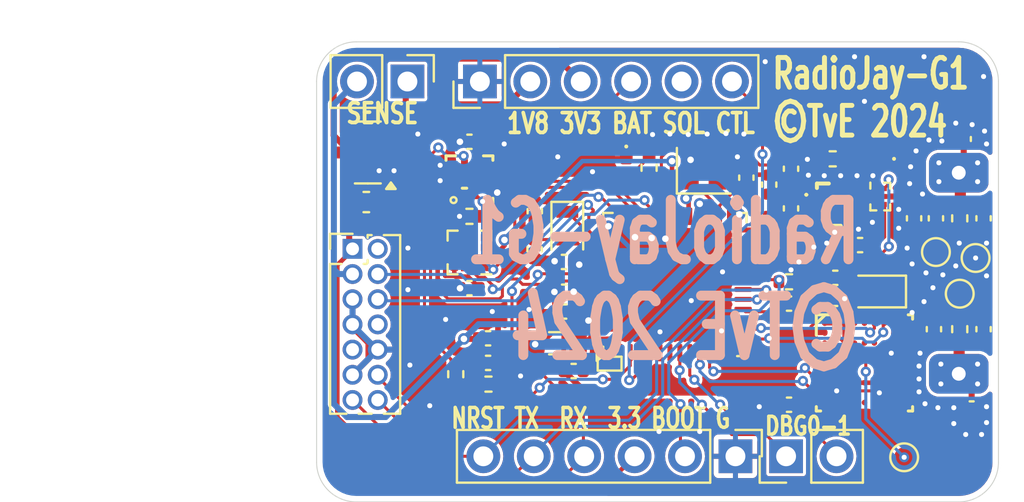
<source format=kicad_pcb>
(kicad_pcb (version 20240108) (generator "pcbnew") (generator_version "8.0")
  (layers (0 "F.Cu" signal) (31 "B.Cu" signal) (34 "B.Paste" user) (35 "F.Paste" user) (36 "B.SilkS" user "B.Silkscreen") (37 "F.SilkS" user "F.Silkscreen") (38 "B.Mask" user) (39 "F.Mask" user) (44 "Edge.Cuts" user))
  (net 0 "")
  (net 1 "GNDREF")
  (net 2 "+3.3V")
  (net 3 "/NRST")
  (net 4 "/RX")
  (net 5 "/LED")
  (net 6 "/SWCLK")
  (net 7 "/LISINT")
  (net 8 "/BOOT0")
  (net 9 "Net-(D2-A)")
  (net 10 "/TX")
  (net 11 "/SWDIO")
  (net 12 "/RFO_LP")
  (net 13 "/VR_PA")
  (net 14 "/RPI_P")
  (net 15 "/RFI_N")
  (net 16 "/SENSPWR")
  (net 17 "/DBG0")
  (net 18 "/LPSINT")
  (net 19 "/DBG1")
  (net 20 "/1V5")
  (net 21 "/SWO")
  (net 22 "/ANT")
  (net 23 "/RF2")
  (net 24 "/LED2")
  (net 25 "/VLXSMPS")
  (net 26 "/VRFSW")
  (net 27 "/RFSW")
  (net 28 "Net-(U7-PC14)")
  (net 29 "Net-(U7-PC15)")
  (net 30 "+1V8")
  (net 31 "/VBAT")
  (net 32 "Net-(D3-A)")
  (net 35 "/VSOLAR")
  (net 36 "Net-(U1-RES)")
  (net 37 "/CTRL1")
  (net 38 "+1V8in")
  (net 39 "/BATSENSE")
  (net 42 "Net-(U2-RESET_N)")
  (net 44 "/SDA")
  (net 45 "/SCL")
  (net 53 "/GPS_RX")
  (net 58 "/GPS_TX")
  (net 59 "Net-(U2-RTC_I)")
  (net 62 "Net-(U2-RESV-PadD2)")
  (net 66 "Net-(U2-RTC_O)")
  (net 67 "/GPS_INT")
  (net 69 "/GPS_PLS")
  (net 70 "Net-(U7-PB3)")
  (net 71 "Net-(U7-OSC_IN)")
  (net 74 "Net-(U7-OSC_OUT)")
  (net 76 "/RF3")
  (net 77 "/RFGPS")
  (net 78 "/GPSANT")
  (net 79 "/RFO2")
  (net 80 "/RFO3")
  (net 81 "/RFI2")
  (footprint "LED_SMD:LED_0402_1005Metric" (layer "F.Cu") (at 89.9 26.9 180)
    (property "Reference" "D3" (hide yes))
    (property "Value" "ACT" (hide yes))
  )
  (footprint "Mostag:BALFHBWL06D3" (layer "F.Cu") (at 88.02 29.21)
    (property "Reference" "U8" (hide yes))
    (property "Value" "BALFHB-WL-06D3" (hide yes))
  )
  (footprint "Connector_PinHeader_2.54mm:PinHeader_1x02_P2.54mm_Vertical" (layer "F.Cu") (at 66.475 23 -90)
    (property "Reference" "JP1" (hide yes))
    (property "Value" "PWRSENS" (hide yes))
  )
  (footprint "Capacitor_SMD:C_0402_1005Metric" (layer "F.Cu") (at 83.55 27.85 90)
    (property "Reference" "C19" (hide yes))
    (property "Value" "33pF" (hide yes))
  )
  (footprint "TestPoint:TestPoint_Pad_D1.0mm" (layer "F.Cu") (at 95.1 31.9)
    (property "Reference" "TP2" (hide yes))
    (property "Value" "TestPoint" (hide yes))
  )
  (footprint "Capacitor_SMD:C_0402_1005Metric" (layer "F.Cu") (at 89.28 31.25 180)
    (property "Reference" "C7" (hide yes))
    (property "Value" "100nF" (hide yes))
  )
  (footprint "Mostag:ANT_PAD_2sided_3x2mm" (layer "F.Cu") (at 94.25 27.6)
    (property "Reference" "J4" (hide yes))
    (property "Value" "Antenna" (hide yes))
  )
  (footprint "Resistor_SMD:R_0402_1005Metric" (layer "F.Cu") (at 94.3 29.9 -90)
    (property "Reference" "R2" (hide yes))
    (property "Value" "0R" (hide yes))
  )
  (footprint "Mostag:ANT_PAD_2sided_3x2mm" (layer "F.Cu") (at 94.25 37.740126)
    (property "Reference" "J6" (hide yes))
    (property "Value" "Antenna" (hide yes))
  )
  (footprint "Capacitor_SMD:C_0402_1005Metric" (layer "F.Cu") (at 69.6 33.42 180)
    (property "Reference" "C1" (hide yes))
    (property "Value" "100nF" (hide yes))
  )
  (footprint "Capacitor_SMD:C_0402_1005Metric" (layer "F.Cu") (at 88.02 33.96)
    (property "Reference" "C17" (hide yes))
    (property "Value" "100nF" (hide yes))
  )
  (footprint "Inductor_SMD:L_0402_1005Metric" (layer "F.Cu") (at 84.7 30.3 90)
    (property "Reference" "L2" (hide yes))
    (property "Value" "56nH" (hide yes))
  )
  (footprint "Connector_PinHeader_2.54mm:PinHeader_1x06_P2.54mm_Vertical" (layer "F.Cu") (at 83 41.9 -90)
    (property "Reference" "J2" (hide yes))
    (property "Value" "FTDI" (hide yes))
  )
  (footprint "Crystal:Crystal_SMD_2012-2Pin_2.0x1.2mm" (layer "F.Cu") (at 90.393 33.59 180)
    (property "Reference" "Y3" (hide yes))
    (property "Value" "32.768kHz" (hide yes))
  )
  (footprint "Resistor_SMD:R_0402_1005Metric" (layer "F.Cu") (at 69.6 29.8)
    (property "Reference" "R1" (hide yes))
    (property "Value" "0R" (hide yes))
  )
  (footprint "TestPoint:TestPoint_Pad_D1.0mm" (layer "F.Cu") (at 91.5 41.95)
    (property "Reference" "TP6" (hide yes))
    (property "Value" "TestPoint" (hide yes))
  )
  (footprint "Resistor_SMD:R_0402_1005Metric" (layer "F.Cu") (at 78.65 27.35 90)
    (property "Reference" "R4" (hide yes))
    (property "Value" "100" (hide yes))
  )
  (footprint "Capacitor_SMD:C_0402_1005Metric" (layer "F.Cu") (at 74.85 37.6)
    (property "Reference" "C20" (hide yes))
    (property "Value" "100nF" (hide yes))
  )
  (footprint "Capacitor_SMD:C_0402_1005Metric" (layer "F.Cu") (at 93.1 29.9 90)
    (property "Reference" "C5" (hide yes))
    (property "Value" "NC" (hide yes))
  )
  (footprint "Inductor_SMD:L_0805_2012Metric" (layer "F.Cu") (at 74.0125 36.2)
    (property "Reference" "L1" (hide yes))
    (property "Value" "15µH" (hide yes))
  )
  (footprint "Capacitor_SMD:C_0402_1005Metric" (layer "F.Cu") (at 84.7 28.2 -90)
    (property "Reference" "C9" (hide yes))
    (property "Value" "68pF" (hide yes))
  )
  (footprint "Resistor_SMD:R_0402_1005Metric" (layer "F.Cu") (at 85.7 33.1 180)
    (property "Reference" "R3" (hide yes))
    (property "Value" "10K" (hide yes))
  )
  (footprint "Package_DFN_QFN:QFN-48-1EP_7x7mm_P0.5mm_EP5.6x5.6mm" (layer "F.Cu") (at 79.95 33.2375 90)
    (property "Reference" "U7" (hide yes))
    (property "Value" "STM32WLE5C8Ux" (hide yes))
  )
  (footprint "Capacitor_SMD:C_0402_1005Metric" (layer "F.Cu") (at 85.7 34.2 180)
    (property "Reference" "C11" (hide yes))
    (property "Value" "100nF" (hide yes))
  )
  (footprint "Capacitor_SMD:C_0402_1005Metric" (layer "F.Cu") (at 74.37 33.6 180)
    (property "Reference" "C14" (hide yes))
    (property "Value" "100nF" (hide yes))
  )
  (footprint "Connector_PinHeader_1.27mm:PinHeader_2x07_P1.27mm_Vertical" (layer "F.Cu") (at 63.71 31.44)
    (property "Reference" "J1" (hide yes))
    (property "Value" "ST_STDC14" (hide yes))
  )
  (footprint "Resistor_SMD:R_0402_1005Metric" (layer "F.Cu") (at 87.9 26.9)
    (property "Reference" "R5" (hide yes))
    (property "Value" "1K" (hide yes))
  )
  (footprint "Mostag:LGA_M10Q-00B_UBL" (layer "F.Cu") (at 89.499748 37.19)
    (property "Reference" "U2" (hide yes))
    (property "Value" "MIA-M10Q-00B" (hide yes))
  )
  (footprint "Capacitor_SMD:C_0402_1005Metric" (layer "F.Cu") (at 70.54 35.95)
    (property "Reference" "C15" (hide yes))
    (property "Value" "4.7uF" (hide yes))
  )
  (footprint "Capacitor_SMD:C_0402_1005Metric" (layer "F.Cu") (at 85.8 29.4 -90)
    (property "Reference" "C24" (hide yes))
    (property "Value" "68pF" (hide yes))
  )
  (footprint "Capacitor_SMD:C_0402_1005Metric" (layer "F.Cu") (at 93 35.49 90)
    (property "Reference" "C22" (hide yes))
    (property "Value" "NC" (hide yes))
  )
  (footprint "TestPoint:TestPoint_Pad_D1.0mm" (layer "F.Cu") (at 93.1 31.6)
    (property "Reference" "TP1" (hide yes))
    (property "Value" "TestPoint" (hide yes))
  )
  (footprint "Capacitor_SMD:C_0402_1005Metric" (layer "F.Cu") (at 85.7 39.3 180)
    (property "Reference" "C26" (hide yes))
    (property "Value" "100nF" (hide yes))
  )
  (footprint "Capacitor_SMD:C_0402_1005Metric" (layer "F.Cu") (at 72.89 29.54 -90)
    (property "Reference" "C12" (hide yes))
    (property "Value" "6.8pF" (hide yes))
  )
  (footprint "Resistor_SMD:R_0402_1005Metric" (layer "F.Cu") (at 94.3 35.49 90)
    (property "Reference" "R11" (hide yes))
    (property "Value" "0R" (hide yes))
  )
  (footprint "Connector_PinHeader_2.54mm:PinHeader_1x06_P2.54mm_Vertical" (layer "F.Cu") (at 70.125 23 90)
    (property "Reference" "J3" (hide yes))
    (property "Value" "Conn_01x08_Pin" (hide yes))
  )
  (footprint "Capacitor_SMD:C_0402_1005Metric" (layer "F.Cu") (at 95.5 35.49 90)
    (property "Reference" "C23" (hide yes))
    (property "Value" "NC" (hide yes))
  )
  (footprint "Package_TO_SOT_SMD:SOT-23" (layer "F.Cu") (at 64.48 26.58 180)
    (property "Reference" "U3" (hide yes))
    (property "Value" "AP2127N-1.8" (hide yes))
  )
  (footprint "Capacitor_SMD:C_0603_1608Metric" (layer "F.Cu") (at 64.405 29.08)
    (property "Reference" "C3" (hide yes))
    (property "Value" "10uF" (hide yes))
  )
  (footprint "Diode_SMD:Nexperia_DSN0603-2_0.6x0.3mm_P0.4mm" (layer "F.Cu") (at 94.9 39.69 -90)
    (property "Reference" "D4" (hide yes))
    (property "Value" "PESD3V3Z1BCSFYL" (hide yes))
  )
  (footprint "Crystal:Crystal_SMD_2012-2Pin_2.0x1.2mm" (layer "F.Cu") (at 74.53 30.27 -90)
    (property "Reference" "Y2" (hide yes))
    (property "Value" "32.768kHz" (hide yes))
  )
  (footprint "Capacitor_SMD:C_0402_1005Metric" (layer "F.Cu") (at 74.36 32.1 180)
    (property "Reference" "C16" (hide yes))
    (property "Value" "100nF" (hide yes))
  )
  (footprint "Crystal:Crystal_SMD_2016-4Pin_2.0x1.6mm" (layer "F.Cu") (at 81.4 27.5)
    (property "Reference" "Y1" (hide yes))
    (property "Value" "32Mhz" (hide yes))
  )
  (footprint "Capacitor_SMD:C_0402_1005Metric" (layer "F.Cu") (at 95.5 29.9 -90)
    (property "Reference" "C6" (hide yes))
    (property "Value" "NC" (hide yes))
  )
  (footprint "Mostag:HLGA-10L_2X2X0P73_STM" (layer "F.Cu") (at 69.6 27.93 90)
    (property "Reference" "U5" (hide yes))
    (property "Value" "LPS22HB" (hide yes))
  )
  (footprint "Mostag:TestPoint_Pad_1.0x0.5mm" (layer "F.Cu") (at 76.662 37.228)
    (property "Reference" "TP3" (hide yes))
    (property "Value" "TestPoint" (hide yes))
  )
  (footprint "Capacitor_SMD:C_0402_1005Metric" (layer "F.Cu") (at 72.88 31.46 90)
    (property "Reference" "C13" (hide yes))
    (property "Value" "6.8pF" (hide yes))
  )
  (footprint "Resistor_SMD:R_0402_1005Metric" (layer "F.Cu") (at 70.559 38.26)
    (property "Reference" "R7" (hide yes))
    (property "Value" "2.5M" (hide yes))
  )
  (footprint "LED_SMD:LED_0402_1005Metric" (layer "F.Cu") (at 77.5 27.3675 -90)
    (property "Reference" "D2" (hide yes))
    (property "Value" "DBG" (hide yes))
  )
  (footprint "Capacitor_SMD:C_0402_1005Metric" (layer "F.Cu") (at 69.6 26.04 180)
    (property "Reference" "C2" (hide yes))
    (property "Value" "100nF" (hide yes))
  )
  (footprint "Capacitor_SMD:C_0402_1005Metric" (layer "F.Cu") (at 92 29.9 90)
    (property "Reference" "C4" (hide yes))
    (property "Value" "68pF" (hide yes))
  )
  (footprint "Connector_PinHeader_2.54mm:PinHeader_1x02_P2.54mm_Vertical" (layer "F.Cu") (at 85.552 41.9 90)
    (property "Reference" "J5" (hide yes))
    (property "Value" "DBG" (hide yes))
  )
  (footprint "Resistor_SMD:R_0402_1005Metric" (layer "F.Cu") (at 68.91 37.76 -90)
    (property "Reference" "R6" (hide yes))
    (property "Value" "5M" (hide yes))
  )
  (footprint "Mostag:LGA-12_2x2mm_P0.5mm" (layer "F.Cu") (at 69.6 31.6225 180)
    (property "Reference" "U1" (hide yes))
    (property "Value" "LIS2DTW12TR/LSM303AH" (hide yes))
  )
  (footprint "Diode_SMD:Nexperia_DSN0603-2_0.6x0.3mm_P0.4mm" (layer "F.Cu") (at 94.3 25.9 180)
    (property "Reference" "D1" (hide yes))
    (property "Value" "PESD3V3Z1BCSFYL" (hide yes))
  )
  (footprint "Capacitor_SMD:C_0402_1005Metric" (layer "F.Cu") (at 88.03 32.9)
    (property "Reference" "C25" (hide yes))
    (property "Value" "4.7uF" (hide yes))
  )
  (footprint "Mostag:PG-TSNP-6-10_INF" (layer "F.Cu") (at 90.2968 28.800001)
    (property "Reference" "U6" (hide yes))
    (property "Value" "BGS12WN6" (hide yes))
  )
  (footprint "Capacitor_SMD:C_0402_1005Metric" (layer "F.Cu") (at 85.8 27.4 -90)
    (property "Reference" "C10" (hide yes))
    (property "Value" "100nF" (hide yes))
  )
  (footprint "Capacitor_SMD:C_0402_1005Metric" (layer "F.Cu") (at 74.37 34.6 180)
    (property "Reference" "C8" (hide yes))
    (property "Value" "0.47uF" (hide yes))
  )
  (footprint "Capacitor_SMD:C_0402_1005Metric" (layer "F.Cu") (at 70.54 37.19)
    (property "Reference" "C18" (hide yes))
    (property "Value" "10nF" (hide yes))
  )
  (footprint "TestPoint:TestPoint_Pad_D1.0mm" (layer "F.Cu") (at 94.3 33.7)
    (property "Reference" "TP7" (hide yes))
    (property "Value" "TestPoint" (hide yes))
  )
  (gr_arc (start 94.25 21) (mid 95.664214 21.585786) (end 96.25 23) (stroke (width 0.05)) (layer "Edge.Cuts"))
  (gr_arc (start 61.9 23) (mid 62.485786 21.585786) (end 63.9 21) (stroke (width 0.05)) (layer "Edge.Cuts"))
  (gr_line (start 63.9 21) (end 94.25 21) (stroke (width 0.05)) (layer "Edge.Cuts"))
  (gr_line (start 96.25 23) (end 96.25 42.2) (stroke (width 0.05)) (layer "Edge.Cuts"))
  (gr_arc (start 96.25 42.2) (mid 95.664214 43.614214) (end 94.25 44.2) (stroke (width 0.05)) (layer "Edge.Cuts"))
  (gr_arc (start 63.9 44.2) (mid 62.485786 43.614214) (end 61.9 42.2) (stroke (width 0.05)) (layer "Edge.Cuts"))
  (gr_line (start 61.9 42.2) (end 61.9 23) (stroke (width 0.05)) (layer "Edge.Cuts"))
  (gr_line (start 94.25 44.2) (end 63.9 44.2) (stroke (width 0.05)) (layer "Edge.Cuts"))
  (gr_text "RadioJay-G1\n©TvE 2024" (at 89.499748 37.19 0) (layer "B.SilkS") (effects (font (size 3 2) (thickness 0.5) (bold yes)) (justify left bottom mirror)))
  (gr_text "DBG0-1" (at 84.4 40.9 0) (layer "F.SilkS") (effects (font (size 0.9 0.7) (thickness 0.175) (bold yes)) (justify left bottom)))
  (gr_text "SENSE" (at 63.3 25.2 0) (layer "F.SilkS") (effects (font (size 1 0.75) (thickness 0.1875) (bold yes)) (justify left bottom)))
  (gr_text "1V8 3V3 BAT SOL CTL" (at 71.4 25.7 0) (layer "F.SilkS") (effects (font (size 1 0.75) (thickness 0.1875) (bold yes)) (justify left bottom)))
  (gr_text "NRST TX  RX  3.3 BOOT G" (at 68.6 40.57 0) (layer "F.SilkS") (effects (font (size 1 0.7) (thickness 0.175) (bold yes)) (justify left bottom)))
  (gr_text "RadioJay-G1\n©TvE 2024" (at 84.75 25.9 0) (layer "F.SilkS") (effects (font (size 1.5 1) (thickness 0.25) (bold yes)) (justify left bottom)))
  (segment (start 68.0033 27.8783) (end 68.125 27.225) (width 0.2286) (layer "F.Cu") (net 1))
  (segment (start 91 38.65) (end 91 39.15) (width 0.1524) (layer "F.Cu") (net 1))
  (segment (start 91.775 28.15) (end 91.9 28.2) (width 0.2286) (layer "F.Cu") (net 1))
  (segment (start 81.4214 27.53) (end 80.88 26.95) (width 0.2286) (layer "F.Cu") (net 1))
  (segment (start 88.71 29.21) (end 89.09 29.21) (width 0.2286) (layer "F.Cu") (net 1))
  (segment (start 67.999 32.957816) (end 67.999 28.471) (width 0.2286) (layer "F.Cu") (net 1))
  (segment (start 91.000126 39.190504) (end 91.000126 39.799874) (width 0.2286) (layer "F.Cu") (net 1))
  (segment (start 90.35 36.7) (end 90.85 36.7) (width 0.1524) (layer "F.Cu") (net 1))
  (segment (start 68.0033 28.4667) (end 68.0033 28.1217) (width 0.2286) (layer "F.Cu") (net 1))
  (segment (start 64.5148 36.18664) (end 64.5148 36.9852) (width 0.3048) (layer "F.Cu") (net 1))
  (segment (start 88 29.31) (end 88.1 29.21) (width 0.2286) (layer "F.Cu") (net 1))
  (segment (start 90.1 38.75) (end 90.1 39.1) (width 0.1524) (layer "F.Cu") (net 1))
  (segment (start 65.4175 28.8525) (end 65.18 29.09) (width 0.3048) (layer "F.Cu") (net 1))
  (segment (start 94.1 25.1) (end 94.1 25) (width 0.1524) (layer "F.Cu") (net 1))
  (segment (start 88.99 37.19) (end 89 37.2) (width 0.1524) (layer "F.Cu") (net 1))
  (segment (start 92.375 28.675) (end 91.775 28.15) (width 0.2286) (layer "F.Cu") (net 1))
  (segment (start 92.810504 35.189496) (end 93 35) (width 0.2286) (layer "F.Cu") (net 1))
  (segment (start 69.1 29.8) (end 69.1 29.790001) (width 0.2286) (layer "F.Cu") (net 1))
  (segment (start 90.25 38.7) (end 90.2 38.75) (width 0.1524) (layer "F.Cu") (net 1))
  (segment (start 76.5125 35.9875) (end 76.949999 35.9875) (width 0.2286) (layer "F.Cu") (net 1))
  (segment (start 68.0033 28.4667) (end 68.54 27.93) (width 0.2286) (layer "F.Cu") (net 1))
  (segment (start 89.5 28.8) (end 90.1 28.8) (width 0.2286) (layer "F.Cu") (net 1))
  (segment (start 69.12 26.04) (end 68.75 26.41) (width 0.2286) (layer "F.Cu") (net 1))
  (segment (start 72.2652 29.6148) (end 72.83 29.05) (width 0.3048) (layer "F.Cu") (net 1))
  (segment (start 91.739748 36.189748) (end 92.3 36.7) (width 0.2286) (layer "F.Cu") (net 1))
  (segment (start 91.039496 35.189496) (end 90.965235 35.263757) (width 0.2286) (layer "F.Cu") (net 1))
  (segment (start 73.369868 32.06) (end 73.334068 32.0242) (width 0.5588) (layer "F.Cu") (net 1))
  (segment (start 79.95 31.409992) (end 79.47 30.929992) (width 0.5588) (layer "F.Cu") (net 1))
  (segment (start 89.999874 38.190252) (end 90.05 38.140126) (width 0.1524) (layer "F.Cu") (net 1))
  (segment (start 84.9 27.7) (end 85.7 26.9) (width 0.2286) (layer "F.Cu") (net 1))
  (segment (start 91.2 37.7) (end 91.45 37.7) (width 0.1524) (layer "F.Cu") (net 1))
  (segment (start 65.05 27.5) (end 65.8 27.5) (width 0.3048) (layer "F.Cu") (net 1))
  (segment (start 88.499496 37.199496) (end 88.5 37.2) (width 0.1524) (layer "F.Cu") (net 1))
  (segment (start 88.499496 35.189496) (end 88.499496 33.950504) (width 0.2286) (layer "F.Cu") (net 1))
  (segment (start 92.425 28.725) (end 92.425 28.675) (width 0.2286) (layer "F.Cu") (net 1))
  (segment (start 68.86 30.030001) (end 68.86 30.9) (width 0.2286) (layer "F.Cu") (net 1))
  (segment (start 91.500252 37.690126) (end 92.25 38) (width 0.2286) (layer "F.Cu") (net 1))
  (segment (start 88.71 29.21) (end 88.1 29.21) (width 0.2286) (layer "F.Cu") (net 1))
  (segment (start 88.1 29.12) (end 88.1 28.4) (width 0.2286) (layer "F.Cu") (net 1))
  (segment (start 90.965235 36.584765) (end 90.85 36.7) (width 0.2286) (layer "F.Cu") (net 1))
  (segment (start 90.2 38.75) (end 90.1 38.75) (width 0.1524) (layer "F.Cu") (net 1))
  (segment (start 90.1 39.1) (end 90 39.2) (width 0.1524) (layer "F.Cu") (net 1))
  (segment (start 91.000126 36.850126) (end 90.85 36.7) (width 0.1524) (layer "F.Cu") (net 1))
  (segment (start 91.000126 37.899874) (end 91.2 37.7) (width 0.1524) (layer "F.Cu") (net 1))
  (segment (start 90.709748 38.190252) (end 91.2 37.7) (width 0.2286) (layer "F.Cu") (net 1))
  (segment (start 87.499244 35.189496) (end 88.489496 35.189496) (width 0.2286) (layer "F.Cu") (net 1))
  (segment (start 68.54 27.93) (end 68.81 27.93) (width 0.2286) (layer "F.Cu") (net 1))
  (segment (start 91.500252 35.189496) (end 91.039496 35.189496) (width 0.2286) (layer "F.Cu") (net 1))
  (segment (start 68.0033 28.1217) (end 68.125 28) (width 0.2286) (layer "F.Cu") (net 1))
  (segment (start 91.500252 35.189496) (end 92.810504 35.189496) (width 0.2286) (layer "F.Cu") (net 1))
  (segment (start 90.965235 35.7) (end 90.965235 35.75) (width 0.2286) (layer "F.Cu") (net 1))
  (segment (start 88.999622 37.690126) (end 88.509874 37.690126) (width 0.2286) (layer "F.Cu") (net 1))
  (segment (start 70.829999 28.429999) (end 71 28.6) (width 0.2286) (layer "F.Cu") (net 1))
  (segment (start 91.500252 36.189748) (end 91.302687 36.189748) (width 0.2286) (layer "F.Cu") (net 1))
  (segment (start 87.99937 35.20063) (end 88 35.2) (width 0.2286) (layer "F.Cu") (net 1))
  (segment (start 88.499496 38.190252) (end 90.709748 38.190252) (width 0.2286) (layer "F.Cu") (net 1))
  (segment (start 69.090001 29.8) (end 69.090001 29.8) (width 0.2286) (layer "F.Cu") (net 1))
  (segment (start 92.25 37.35) (end 92.2 37.19) (width 0.2286) (layer "F.Cu") (net 1))
  (segment (start 72.88 31.94) (end 72.2652 31.3252) (width 0.3048) (layer "F.Cu") (net 1))
  (segment (start 83.67 27.37) (end 84 27.7) (width 0.2286) (layer "F.Cu") (net 1))
  (segment (start 88.55 38.2) (end 90.55 38.2) (width 0.1524) (layer "F.Cu") (net 1))
  (segment (start 68.461184 33.42) (end 67.999 32.957816) (width 0.2286) (layer "F.Cu") (net 1))
  (segment (start 69.12 33.42) (end 68.461184 33.42) (width 0.2286) (layer "F.Cu") (net 1))
  (segment (start 63.71 33.98) (end 63.71 35.38184) (width 0.3048) (layer "F.Cu") (net 1))
  (segment (start 91.000126 35.200126) (end 91.050252 35.15) (width 0.1524) (layer "F.Cu") (net 1))
  (segment (start 90.965235 35.852296) (end 90.965235 35.7) (width 0.2286) (layer "F.Cu") (net 1))
  (segment (start 75.33 37.290001) (end 76.5 36.120001) (width 0.2286) (layer "F.Cu") (net 1))
  (segment (start 91.500252 37.19) (end 91.88 37.19) (width 0.2286) (layer "F.Cu") (net 1))
  (segment (start 90.15 38.6) (end 90.25 38.7) (width 0.1524) (layer "F.Cu") (net 1))
  (segment (start 69.1 29.790001) (end 68.86 30.030001) (width 0.2286) (layer "F.Cu") (net 1))
  (segment (start 91.050252 35.15) (end 91.55 35.15) (width 0.1524) (layer "F.Cu") (net 1))
  (segment (start 88.499496 33.950504) (end 88.5 33.95) (width 0.2286) (layer "F.Cu") (net 1))
  (segment (start 90.965235 35.263757) (end 90.965235 36.584765) (width 0.2286) (layer "F.Cu") (net 1))
  (segment (start 90 39.2) (end 90 39.85) (width 0.1524) (layer "F.Cu") (net 1))
  (segment (start 65.4175 27.53) (end 65.05 27.5) (width 0.3048) (layer "F.Cu") (net 1))
  (segment (start 63.71 35.38184) (end 64.5148 36.18664) (width 0.3048) (layer "F.Cu") (net 1))
  (segment (start 79.95 33.2375) (end 79.95 31.409992) (width 0.5588) (layer "F.Cu") (net 1))
  (segment (start 91.302687 36.189748) (end 90.965235 35.852296) (width 0.2286) (layer "F.Cu") (net 1))
  (segment (start 80.88 26.95) (end 80.74 26.95) (width 0.2286) (layer "F.Cu") (net 1))
  (segment (start 88.499496 38.149496) (end 88.5 38.15) (width 0.2286) (layer "F.Cu") (net 1))
  (segment (start 88.105 27.945) (end 88.3 27.75) (width 0.2286) (layer "F.Cu") (net 1))
  (segment (start 91.88 37.19) (end 92.25 37.35) (width 0.2286) (layer "F.Cu") (net 1))
  (segment (start 88.499496 37.19) (end 88.99 37.19) (width 0.1524) (layer "F.Cu") (net 1))
  (segment (start 76.949999 35.9875) (end 77.637499 35.3) (width 0.2286) (layer "F.Cu") (net 1))
  (segment (start 68.86 30.9) (end 68.87 30.91) (width 0.2286) (layer "F.Cu") (net 1))
  (segment (start 88.509874 37.690126) (end 88.5 37.7) (width 0.2286) (layer "F.Cu") (net 1))
  (segment (start 94.1 25.9) (end 94.1 25.1) (width 0.1524) (layer "F.Cu") (net 1))
  (segment (start 91.000126 37.899874) (end 91.000126 36.850126) (width 0.1524) (layer "F.Cu") (net 1))
  (segment (start 73.334068 32.0242) (end 72.9442 32.0242) (width 0.5588) (layer "F.Cu") (net 1))
  (segment (start 73.89 33.6) (end 73.88 33.61) (width 0.5588) (layer "F.Cu") (net 1))
  (segment (start 93.1 29.42) (end 93.1 29.4) (width 0.2286) (layer "F.Cu") (net 1))
  (segment (start 81.41 27.51) (end 82.08 28.05) (width 0.2286) (layer "F.Cu") (net 1))
  (segment (start 68.125 27.225) (end 68.0033 27.1567) (width 0.2286) (layer "F.Cu") (net 1))
  (segment (start 94.9 39.89) (end 94.31 39.89) (width 0.1524) (layer "F.Cu") (net 1))
  (segment (start 94.9 39.89) (end 94.9 40.4) (width 0.1524) (layer "F.Cu") (net 1))
  (segment (start 69.12 33.42) (end 69.125 33.425) (width 0.2286) (layer "F.Cu") (net 1))
  (segment (start 72.2652 31.3252) (end 72.2652 29.6148) (width 0.3048) (layer "F.Cu") (net 1))
  (segment (start 94.1 25.9) (end 93.5 25.9) (width 0.1524) (layer "F.Cu") (net 1))
  (segment (start 90.05 38.140126) (end 90.05 37) (width 0.1524) (layer "F.Cu") (net 1))
  (segment (start 90.55 38.2) (end 91 38.65) (width 0.1524) (layer "F.Cu") (net 1))
  (segment (start 88.489496 35.189496) (end 88.5 35.2) (width 0.2286) (layer "F.Cu") (net 1))
  (segment (start 91.000126 35.689622) (end 91.000126 35.200126) (width 0.1524) (layer "F.Cu") (net 1))
  (segment (start 87.499244 37.690126) (end 88.490126 37.690126) (width 0.1524) (layer "F.Cu") (net 1))
  (segment (start 92.3 36.7) (end 92.1 36.55) (width 0.2286) (layer "F.Cu") (net 1))
  (segment (start 88.499496 36.189748) (end 88.009748 35.7) (width 0.1524) (layer "F.Cu") (net 1))
  (segment (start 88.105 28.37) (end 88.105 27.945) (width 0.2286) (layer "F.Cu") (net 1))
  (segment (start 88.01 29.21) (end 88.1 29.12) (width 0.2286) (layer "F.Cu") (net 1))
  (segment (start 70.415 28.429999) (end 70.829999 28.429999) (width 0.2286) (layer "F.Cu") (net 1))
  (segment (start 68.0033 27.1567) (end 68.75 26.41) (width 0.2286) (layer "F.Cu") (net 1))
  (segment (start 88.499496 36.189748) (end 88.499496 37.199496) (width 0.1524) (layer "F.Cu") (net 1))
  (segment (start 89.09 29.21) (end 89.5 28.8) (width 0.2286) (layer "F.Cu") (net 1))
  (segment (start 85.7 26.9) (end 85.8 26.9) (width 0.2286) (layer "F.Cu") (net 1))
  (segment (start 88.009748 35.7) (end 88 35.7) (width 0.1524) (layer "F.Cu") (net 1))
  (segment (start 88.499496 35.189496) (end 88.499496 38.149496) (width 0.2286) (layer "F.Cu") (net 1))
  (segment (start 88 30.6) (end 88 29.31) (width 0.2286) (layer "F.Cu") (net 1))
  (segment (start 88.1 29.21) (end 88.01 29.21) (width 0.2286) (layer "F.Cu") (net 1))
  (segment (start 83.6 27.3) (end 83.6 27.4) (width 0.2286) (layer "F.Cu") (net 1))
  (segment (start 64.98 36.52) (end 66.08 36.52) (width 0.3048) (layer "F.Cu") (net 1))
  (segment (start 88.473 32.9) (end 88.473 33.88) (width 0.2286) (layer "F.Cu") (net 1))
  (segment (start 83.1 26.8) (end 83.6 27.3) (width 0.2286) (layer "F.Cu") (net 1))
  (segment (start 76.5 36.120001) (end 76.5 36) (width 0.2286) (layer "F.Cu") (net 1))
  (segment (start 93.1 29.4) (end 92.425 28.725) (width 0.2286) (layer "F.Cu") (net 1))
  (segment (start 71.069 34.919) (end 70.75 34.6) (width 0.2286) (layer "F.Cu") (net 1))
  (segment (start 75.33 37.6) (end 75.33 37.290001) (width 0.2286) (layer "F.Cu") (net 1))
  (segment (start 65.8 27.5) (end 65.4175 28.8525) (width 0.3048) (layer "F.Cu") (net 1))
  (segment (start 88.999622 38.190252) (end 88.999622 37.250378) (width 0.2286) (layer "F.Cu") (net 1))
  (segment (start 92.25 38) (end 92.090126 37.690126) (width 0.2286) (layer "F.Cu") (net 1))
  (segment (start 71.069 38.26) (end 71.069 34.919) (width 0.2286) (layer "F.Cu") (net 1))
  (segment (start 91.500252 36.189748) (end 91.739748 36.189748) (width 0.2286) (layer "F.Cu") (net 1))
  (segment (start 68.125 28) (end 68.0033 27.8783) (width 0.2286) (layer "F.Cu") (net 1))
  (segment (start 92.2 37.19) (end 92.04 37.19) (width 0.2286) (layer "F.Cu") (net 1))
  (segment (start 88.499496 37.19) (end 88.499496 38.149496) (width 0.1524) (layer "F.Cu") (net 1))
  (segment (start 88.999622 37.250378) (end 89 37.25) (width 0.2286) (layer "F.Cu") (net 1))
  (segment (start 88.490126 37.690126) (end 88.5 37.7) (width 0.1524) (layer "F.Cu") (net 1))
  (segment (start 64.5148 36.9852) (end 63.7 37.8) (width 0.3048) (layer "F.Cu") (net 1))
  (segment (start 69.090001 29.8) (end 69.1 29.8) (width 0.2286) (layer "F.Cu") (net 1))
  (segment (start 83.55 27.37) (end 83.67 27.37) (width 0.2286) (layer "F.Cu") (net 1))
  (segment (start 73.89 32.06) (end 73.369868 32.06) (width 0.5588) (layer "F.Cu") (net 1))
  (segment (start 87.99937 35.689622) (end 87.99937 35.20063) (width 0.2286) (layer "F.Cu") (net 1))
  (segment (start 88.1 38.6) (end 90.15 38.6) (width 0.1524) (layer "F.Cu") (net 1))
  (segment (start 88.499496 38.149496) (end 88.55 38.2) (width 0.1524) (layer "F.Cu") (net 1))
  (segment (start 77.637499 35.3) (end 77.75 35.3) (width 0.2286) (layer "F.Cu") (net 1))
  (segment (start 68.75 26.41) (end 68.75 27.43) (width 0.2286) (layer "F.Cu") (net 1))
  (segment (start 91.000126 38.690378) (end 91.000126 37.899874) (width 0.1524) (layer "F.Cu") (net 1))
  (segment (start 67.999 28.471) (end 68.0033 28.4667) (width 0.2286) (layer "F.Cu") (net 1))
  (segment (start 92.425 28.675) (end 92.375 28.675) (width 0.2286) (layer "F.Cu") (net 1))
  (segment (start 90.05 37) (end 90.35 36.7) (width 0.1524) (layer "F.Cu") (net 1))
  (segment (start 72.9442 32.0242) (end 72.86 31.94) (width 0.5588) (layer "F.Cu") (net 1))
  (segment (start 91.000126 39.190504) (end 92.040504 39.190504) (width 0.2286) (layer "F.Cu") (net 1))
  (segment (start 84 27.7) (end 84.9 27.7) (width 0.2286) (layer "F.Cu") (net 1))
  (segment (start 91.000126 35.689622) (end 91.000126 35.887187) (width 0.1524) (layer "F.Cu") (net 1))
  (via (at 71.35 26.15) (size 0.508) (drill 0.254) (layers "F.Cu" "B.Cu") (net 1))
  (via (at 94.275 31.15) (size 0.508) (drill 0.254) (layers "F.Cu" "B.Cu") (net 1))
  (via (at 86.2 32.1) (size 0.508) (drill 0.254) (layers "F.Cu" "B.Cu") (net 1))
  (via (at 68.125 27.225) (size 0.508) (drill 0.254) (layers "F.Cu" "B.Cu") (net 1))
  (via (at 65.05 27.5) (size 0.508) (drill 0.254) (layers "F.Cu" "B.Cu") (net 1))
  (via (at 92.25 38) (size 0.508) (drill 0.254) (layers "F.Cu" "B.Cu") (net 1))
  (via (at 95.65 39.4) (size 0.508) (drill 0.254) (layers "F.Cu" "B.Cu") (net 1))
  (via (at 66.5 31.4) (size 0.508) (drill 0.254) (layers "F.Cu" "B.Cu") (net 1))
  (via (at 86.95 31.35) (size 0.508) (drill 0.254) (layers "F.Cu" "B.Cu") (net 1))
  (via (at 85.8 32.5) (size 0.508) (drill 0.254) (layers "F.Cu" "B.Cu") (net 1))
  (via (at 95.65 40.2) (size 0.508) (drill 0.254) (layers "F.Cu" "B.Cu") (net 1))
  (via (at 67 25.65) (size 0.508) (drill 0.254) (layers "F.Cu" "B.Cu") (net 1))
  (via (at 88.5 33.95) (size 0.508) (drill 0.254) (layers "F.Cu" "B.Cu") (net 1))
  (via (at 95.1 31.9) (size 0.508) (drill 0.254) (layers "F.Cu" "B.Cu") (net 1))
  (via (at 89.9 30.1) (size 0.508) (drill 0.254) (layers "F.Cu" "B.Cu") (net 1))
  (via (at 79.15 40.65) (size 0.508) (drill 0.254) (layers "F.Cu" "B.Cu") (net 1))
  (via (at 92.75 25.95) (size 0.508) (drill 0.254) (layers "F.Cu" "B.Cu") (net 1))
  (via (at 70.75 34.6) (size 0.508) (drill 0.254) (layers "F.Cu" "B.Cu") (net 1))
  (via (at 83.1 26.8) (size 0.508) (drill 0.254) (layers "F.Cu" "B.Cu") (net 1))
  (via (at 95.5 22.75) (size 0.508) (drill 0.254) (layers "F.Cu" "B.Cu") (net 1))
  (via (at 92.25 37.35) (size 0.508) (drill 0.254) (layers "F.Cu" "B.Cu") (net 1))
  (via (at 91.775 28.15) (size 0.508) (drill 0.254) (layers "F.Cu" "B.Cu") (net 1))
  (via (at 92.6 32.65) (size 0.508) (drill 0.254) (layers "F.Cu" "B.Cu") (net 1))
  (via (at 94.1 25.1) (size 0.508) (drill 0.254) (layers "F.Cu" "B.Cu") (net 1))
  (via (at 95.65 31.15) (size 0.508) (drill 0.254) (layers "F.Cu" "B.Cu") (net 1))
  (via (at 73.89 32.06) (size 0.5842) (drill 0.3302) (layers "F.Cu" "B.Cu") (net 1))
  (via (at 81.2 40.65) (size 0.508) (drill 0.254) (layers "F.Cu" "B.Cu") (net 1))
  (via (at 95.4 40.8) (size 0.508) (drill 0.254) (layers "F.Cu" "B.Cu") (net 1))
  (via (at 88.3 27.75) (size 0.508) (drill 0.254) (layers "F.Cu" "B.Cu") (net 1))
  (via (at 89.925 27.75) (size 0.508) (drill 0.254) (layers "F.Cu" "B.Cu") (net 1))
  (via (at 88 30.6) (size 0.508) (drill 0.254) (layers "F.Cu" "B.Cu") (net 1))
  (via (at 87.6 31.15) (size 0.508) (drill 0.254) (layers "F.Cu" "B.Cu") (net 1))
  (via (at 91.9 32.2) (size 0.508) (drill 0.254) (layers "F.Cu" "B.Cu") (net 1))
  (via (at 93.45 32.75) (size 0.508) (drill 0.254) (layers "F.Cu" "B.Cu") (net 1))
  (via (at 86.675 27.725) (size 0.508) (drill 0.254) (layers "F.Cu" "B.Cu") (net 1))
  (via (at 89.2 30.45) (size 0.508) (drill 0.254) (layers "F.Cu" "B.Cu") (net 1))
  (via (at 88.1 38.6) (size 0.508) (drill 0.254) (layers "F.Cu" "B.Cu") (net 1))
  (via (at 94 39.45) (size 0.508) (drill 0.254) (layers "F.Cu" "B.Cu") (net 1))
  (via (at 86.625 26.925) (size 0.508) (drill 0.254) (layers "F.Cu" "B.Cu") (net 1))
  (via (at 79.2 35.625) (size 0.508) (drill 0.254) (layers "F.Cu" "B.Cu") (net 1))
  (via (at 72.6 34.5) (size 0.508) (drill 0.254) (layers "F.Cu" "B.Cu") (net 1))
  (via (at 94 40.25) (size 0.508) (drill 0.254) (layers "F.Cu" "B.Cu") (net 1))
  (via (at 80.625 25.675) (size 0.508) (drill 0.254) (layers "F.Cu" "B.Cu") (net 1))
  (via (at 95.65 26.15) (size 0.508) (drill 0.254) (layers "F.Cu" "B.Cu") (net 1))
  (via (at 92.95 33.4) (size 0.508) (drill 0.254) (layers "F.Cu" "B.Cu") (net 1))
  (via (at 94.925 25.175) (size 0.508) (drill 0.254) (layers "F.Cu" "B.Cu") (net 1))
  (via (at 80.775 34.05) (size 0.508) (drill 0.254) (layers "F.Cu" "B.Cu") (net 1))
  (via (at 80.74 26.95) (size 0.5842) (drill 0.3302) (layers "F.Cu" "B.Cu") (net 1))
  (via (at 73.88 33.61) (size 0.5842) (drill 0.3302) (layers "F.Cu" "B.Cu") (net 1))
  (via (at 79.7 25.65) (size 0.508) (drill 0.254) (layers "F.Cu" "B.Cu") (net 1))
  (via (at 89.125 27.75) (size 0.508) (drill 0.254) (layers "F.Cu" "B.Cu") (net 1))
  (via (at 82.3 35.575) (size 0.508) (drill 0.254) (layers "F.Cu" "B.Cu") (net 1))
  (via (at 78.825 25.675) (size 0.508) (drill 0.254) (layers "F.Cu" "B.Cu") (net 1))
  (via (at 91.225 30.4) (size 0.508) (drill 0.254) (layers "F.Cu" "B.Cu") (net 1))
  (via (at 69.1 29.8) (size 0.508) (drill 0.254) (layers "F.Cu" "B.Cu") (net 1))
  (via (at 83.425 25.65) (size 0.508) (drill 0.254) (layers "F.Cu" "B.Cu") (net 1))
  (via (at 82.35 32.6) (size 0.508) (drill 0.254) (layers "F.Cu" "B.Cu") (net 1))
  (via (at 92.3 36.7) (size 0.508) (drill 0.254) (layers "F.Cu" "B.Cu") (net 1))
  (via (at 91.825 27.3) (size 0.508) (drill 0.254) (layers "F.Cu" "B.Cu") (net 1))
  (via (at 91.225 29.45) (size 0.508) (drill 0.254) (layers "F.Cu" "B.Cu") (net 1))
  (via (at 74.05 26.8) (size 0.508) (drill 0.254) (layers "F.Cu" "B.Cu") (net 1))
  (via (at 72.175 37.85) (size 0.508) (drill 0.254) (layers "F.Cu" "B.Cu") (net 1))
  (via (at 92.25 38.65) (size 0.508) (drill 0.254) (layers "F.Cu" "B.Cu") (net 1))
  (via (at 92.55 39.25) (size 0.508) (drill 0.254) (layers "F.Cu" "B.Cu") (net 1))
  (via (at 92.425 28.675) (size 0.508) (drill 0.254) (layers "F.Cu" "B.Cu") (net 1))
  (via (at 91.9 34.65) (size 0.508) (drill 0.254) (layers "F.Cu" "B.Cu") (net 1))
  (via (at 92.5 21.75) (size 0.508) (drill 0.254) (layers "F.Cu" "B.Cu") (net 1))
  (via (at 92.1 26.5) (size 0.508) (drill 0.254) (layers "F.Cu" "B.Cu") (net 1))
  (via (at 94.1 32.3) (size 0.508) (drill 0.254) (layers "F.Cu" "B.Cu") (net 1))
  (via (at 67.6 39.35) (size 0.508) (drill 0.254) (layers "F.Cu" "B.Cu") (net 1))
  (via (at 94.6 40.8) (size 0.508) (drill 0.254) (layers "F.Cu" "B.Cu") (net 1))
  (via (at 90.25 38.7) (size 0.508) (drill 0.254) (layers "F.Cu" "B.Cu") (net 1))
  (via (at 92.5 34.1) (size 0.508) (drill 0.254) (layers "F.Cu" "B.Cu") (net 1))
  (via (at 91.65 31.4) (size 0.508) (drill 0.254) (layers "F.Cu" "B.Cu") (net 1))
  (via (at 78.78 30.89) (size 0.5842) (drill 0.3302) (layers "F.Cu" "B.Cu") (net 1))
  (via (at 77.940132 30.849868) (size 0.5842) (drill 0.3302) (layers "F.Cu" "B.Cu") (net 1))
  (via (at 90.85 36.7) (size 0.508) (drill 0.254) (layers "F.Cu" "B.Cu") (net 1))
  (via (at 66.5 33.5) (size 0.508) (drill 0.254) (layers "F.Cu" "B.Cu") (net 1))
  (via (at 71 28.6) (size 0.5842) (drill 0.3302) (layers "F.Cu" "B.Cu") (net 1))
  (via (at 81.575 25.65) (size 0.508) (drill 0.254) (layers "F.Cu" "B.Cu") (net 1))
  (via (at 87.475 27.75) (size 0.508) (drill 0.254) (layers "F.Cu" "B.Cu") (net 1))
  (via (at 65.8 27.5) (size 0.508) (drill 0.254) (layers "F.Cu" "B.Cu") (net 1))
  (via (at 69.125 33.425) (size 0.5842) (drill 0.3302) (layers "F.Cu" "B.Cu") (net 1))
  (via (at 84.5 22) (size 0.508) (drill 0.254) (layers "F.Cu" "B.Cu") (net 1))
  (via (at 95.55 25.5) (size 0.508) (drill 0.254) (layers "F.Cu" "B.Cu") (net 1))
  (via (at 93.2 39.45) (size 0.508) (drill 0.254) (layers "F.Cu" "B.Cu") (net 1))
  (via (at 82.525 25.625) (size 0.508) (drill 0.254) (layers "F.Cu" "B.Cu") (net 1))
  (via (at 84.2 39.4) (size 0.508) (drill 0.254) (layers "F.Cu" "B.Cu") (net 1))
  (via (at 68.125 28) (size 0.508) (drill 0.254) (layers "F.Cu" "B.Cu") (net 1))
  (via (at 93.4 26) (size 0.508) (drill 0.254) (layers "F.Cu" "B.Cu") (net 1))
  (via (at 69.12 26.04) (size 0.5842) (drill 0.3302) (layers "F.Cu" "B.Cu") (net 1))
  (via (at 79.47 30.929992) (size 0.5842) (drill 0.3302) (layers "F.Cu" "B.Cu") (net 1))
  (via (at 89.5 24) (size 0.508) (drill 0.254) (layers "F.Cu" "B.Cu") (net 1))
  (via (at 89 21.75) (size 0.508) (drill 0.254) (layers "F.Cu" "B.Cu") (net 1))
  (via (at 66.6 37.3) (size 0.508) (drill 0.254) (layers "F.Cu" "B.Cu") (net 1))
  (via (at 68.4 35) (size 0.508) (drill 0.254) (layers "F.Cu" "B.Cu") (net 1))
  (via (at 75.8 27.55) (size 0.508) (drill 0.254) (layers "F.Cu" "B.Cu") (net 1))
  (via (at 95.65 32.8) (size 0.508) (drill 0.254) (layers "F.Cu" "B.Cu") (net 1))
  (segment (start 80.74 26.95) (end 80.74 27.3) (width 0.5588) (layer "B.Cu") (net 1))
  (segment (start 73.88 32.07) (end 73.89 32.06) (width 0.5588) (layer "B.Cu") (net 1))
  (segment (start 64.9 36.6) (end 63.7 37.8) (width 0.3048) (layer "B.Cu") (net 1))
  (segment (start 73.88 33.61) (end 73.88 32.07) (width 0.5588) (layer "B.Cu") (net 1))
  (segment (start 64.9 36.48) (end 64.9 36.6) (width 0.3048) (layer "B.Cu") (net 1))
  (segment (start 63.71 35.29) (end 64.9 36.48) (width 0.3048) (layer "B.Cu") (net 1))
  (segment (start 79.47 28.57) (end 79.47 30.929992) (width 0.5588) (layer "B.Cu") (net 1))
  (segment (start 63.71 33.98) (end 63.71 35.29) (width 0.3048) (layer "B.Cu") (net 1))
  (segment (start 80.74 27.3) (end 79.47 28.57) (width 0.5588) (layer "B.Cu") (net 1))
  (segment (start 64.98 36.52) (end 66.08 36.52) (width 0.3048) (layer "B.Cu") (net 1))
  (segment (start 66.6406 43.6263) (end 62.9433 39.929) (width 0.2286) (layer "F.Cu") (net 2))
  (segment (start 74.0502 21.8452) (end 63.456666 21.8452) (width 0.3048) (layer "F.Cu") (net 2))
  (segment (start 63.5425 26.58) (end 63.5425 31.3025) (width 0.3048) (layer "F.Cu") (net 2))
  (segment (start 62.76 22.541866) (end 62.76 25.72) (width 0.3048) (layer "F.Cu") (net 2))
  (segment (start 76.1937 43.6263) (end 66.6406 43.6263) (width 0.2286) (layer "F.Cu") (net 2))
  (segment (start 62.9433 32.2567) (end 63.7 31.5) (width 0.2286) (layer "F.Cu") (net 2))
  (segment (start 75.205 23) (end 74.0502 21.8452) (width 0.3048) (layer "F.Cu") (net 2))
  (segment (start 62.9433 39.929) (end 62.9433 32.2567) (width 0.2286) (layer "F.Cu") (net 2))
  (segment (start 77.92 41.9) (end 76.1937 43.6263) (width 0.2286) (layer "F.Cu") (net 2))
  (segment (start 63.5425 31.3025) (end 63.7 31.46) (width 0.3048) (layer "F.Cu") (net 2))
  (segment (start 62.76 25.72) (end 63.6 26.56) (width 0.3048) (layer "F.Cu") (net 2))
  (segment (start 63.456666 21.8452) (end 62.76 22.541866) (width 0.3048) (layer "F.Cu") (net 2))
  (segment (start 83.3875 33.4875) (end 84.521406 33.4875) (width 0.1524) (layer "F.Cu") (net 3))
  (segment (start 85.183906 34.15) (end 85.24 34.15) (width 0.1524) (layer "F.Cu") (net 3))
  (segment (start 84.521406 33.4875) (end 84.551158 33.517252) (width 0.1524) (layer "F.Cu") (net 3))
  (segment (start 68.98 41.9) (end 65.04 37.96) (width 0.1524) (layer "F.Cu") (net 3))
  (segment (start 65.04 37.96) (end 65.04 37.84) (width 0.1524) (layer "F.Cu") (net 3))
  (segment (start 84.551158 33.517252) (end 85.183906 34.15) (width 0.1524) (layer "F.Cu") (net 3))
  (segment (start 70.3 41.9) (end 68.98 41.9) (width 0.1524) (layer "F.Cu") (net 3))
  (via (at 84.551158 33.517252) (size 0.508) (drill 0.254) (layers "F.Cu" "B.Cu") (net 3))
  (segment (start 82.362748 33.517252) (end 79.03 36.85) (width 0.1524) (layer "B.Cu") (net 3))
  (segment (start 77.6398 40.0852) (end 72.1048 40.0852) (width 0.1524) (layer "B.Cu") (net 3))
  (segment (start 84.551158 33.517252) (end 82.362748 33.517252) (width 0.1524) (layer "B.Cu") (net 3))
  (segment (start 79.03 36.85) (end 79.03 38.695) (width 0.1524) (layer "B.Cu") (net 3))
  (segment (start 72.1048 40.0852) (end 70.27 41.92) (width 0.1524) (layer "B.Cu") (net 3))
  (segment (start 79.03 38.695) (end 77.6398 40.0852) (width 0.1524) (layer "B.Cu") (net 3))
  (segment (start 71.7426 36.23131) (end 71.7426 33.57625) (width 0.1524) (layer "F.Cu") (net 4))
  (segment (start 67.9434 43.2834) (end 63.73 39.07) (width 0.1524) (layer "F.Cu") (net 4))
  (segment (start 75.34 41.95) (end 75.34 39.82871) (width 0.1524) (layer "F.Cu") (net 4))
  (segment (start 78.7 29.362501) (end 78.42119 29.083691) (width 0.1524) (layer "F.Cu") (net 4))
  (segment (start 75.38 41.9) (end 73.9966 43.2834) (width 0.1524) (layer "F.Cu") (net 4))
  (segment (start 73.9966 43.2834) (end 67.9434 43.2834) (width 0.1524) (layer "F.Cu") (net 4))
  (segment (start 78.7 29.8) (end 78.7 29.362501) (width 0.1524) (layer "F.Cu") (net 4))
  (segment (start 75.34 39.82871) (end 71.7426 36.23131) (width 0.1524) (layer "F.Cu") (net 4))
  (segment (start 78.42119 29.083691) (end 78.42119 28.982431) (width 0.1524) (layer "F.Cu") (net 4))
  (via (at 71.7426 33.57625) (size 0.508) (drill 0.254) (layers "F.Cu" "B.Cu") (net 4))
  (via (at 78.42119 28.982431) (size 0.508) (drill 0.254) (layers "F.Cu" "B.Cu") (net 4))
  (segment (start 75.9 29.7) (end 76.617569 28.982431) (width 0.1524) (layer "B.Cu") (net 4))
  (segment (start 75.3975 29.7) (end 75.9 29.7) (width 0.1524) (layer "B.Cu") (net 4))
  (segment (start 76.617569 28.982431) (end 78.42119 28.982431) (width 0.1524) (layer "B.Cu") (net 4))
  (segment (start 71.7426 33.57625) (end 71.7426 33.3549) (width 0.1524) (layer "B.Cu") (net 4))
  (segment (start 71.7426 33.3549) (end 75.3975 29.7) (width 0.1524) (layer "B.Cu") (net 4))
  (segment (start 84.22656 27.2114) (end 84.6711 27.2114) (width 0.1524) (layer "F.Cu") (net 5))
  (segment (start 86.8926 26.4026) (end 87.38 26.89) (width 0.1524) (layer "F.Cu") (net 5))
  (segment (start 83.32506 26.3099) (end 84.22656 27.2114) (width 0.1524) (layer "F.Cu") (net 5))
  (segment (start 79.2693 29.015682) (end 79.2693 26.814318) (width 0.1524) (layer "F.Cu") (net 5))
  (segment (start 84.6711 27.2114) (end 85.4799 26.4026) (width 0.1524) (layer "F.Cu") (net 5))
  (segment (start 79.7 29.446382) (end 79.2693 29.015682) (width 0.1524) (layer "F.Cu") (net 5))
  (segment (start 79.2693 26.814318) (end 79.773718 26.3099) (width 0.1524) (layer "F.Cu") (net 5))
  (segment (start 85.4799 26.4026) (end 86.8926 26.4026) (width 0.1524) (layer "F.Cu") (net 5))
  (segment (start 79.7 29.8) (end 79.7 29.446382) (width 0.1524) (layer "F.Cu") (net 5))
  (segment (start 79.773718 26.3099) (end 83.32506 26.3099) (width 0.1524) (layer "F.Cu") (net 5))
  (segment (start 73.45 32.6952) (end 73.0848 32.6952) (width 0.1524) (layer "F.Cu") (net 6))
  (segment (start 75.272812 32.7566) (end 74.670218 32.7566) (width 0.1524) (layer "F.Cu") (net 6))
  (segment (start 76.5125 32.9875) (end 75.503712 32.9875) (width 0.1524) (layer "F.Cu") (net 6))
  (segment (start 73.0848 32.6952) (end 73.04 32.74) (width 0.1524) (layer "F.Cu") (net 6))
  (segment (start 74.670218 32.7566) (end 74.608818 32.6952) (width 0.1524) (layer "F.Cu") (net 6))
  (segment (start 75.503712 32.9875) (end 75.272812 32.7566) (width 0.1524) (layer "F.Cu") (net 6))
  (segment (start 74.608818 32.6952) (end 73.45 32.6952) (width 0.1524) (layer "F.Cu") (net 6))
  (via (at 73.04 32.74) (size 0.508) (drill 0.254) (layers "F.Cu" "B.Cu") (net 6))
  (segment (start 71.9425 34.05885) (end 65.02885 34.05885) (width 0.1524) (layer "B.Cu") (net 6))
  (segment (start 65.02885 34.05885) (end 64.97 34) (width 0.1524) (layer "B.Cu") (net 6))
  (segment (start 73.04 32.74) (end 73.04 32.96135) (width 0.1524) (layer "B.Cu") (net 6))
  (segment (start 73.04 32.96135) (end 71.9425 34.05885) (width 0.1524) (layer "B.Cu") (net 6))
  (segment (start 75.6134 30.525899) (end 75.6134 29.771074) (width 0.1524) (layer "F.Cu") (net 7))
  (segment (start 69.85 32.6777) (end 70.0537 32.8814) (width 0.1524) (layer "F.Cu") (net 7))
  (segment (start 69.85 32.385) (end 69.85 32.6777) (width 0.1524) (layer "F.Cu") (net 7))
  (segment (start 76.075001 30.9875) (end 75.6134 30.525899) (width 0.1524) (layer "F.Cu") (net 7))
  (segment (start 70.0537 32.8814) (end 70.37656 32.8814) (width 0.1524) (layer "F.Cu") (net 7))
  (segment (start 70.7774 33.28224) (end 70.7774 33.476) (width 0.1524) (layer "F.Cu") (net 7))
  (segment (start 75.836874 29.5476) (end 75.836874 29.483455) (width 0.1524) (layer "F.Cu") (net 7))
  (segment (start 75.836874 29.483455) (end 75.570819 29.2174) (width 0.1524) (layer "F.Cu") (net 7))
  (segment (start 75.6134 29.771074) (end 75.836874 29.5476) (width 0.1524) (layer "F.Cu") (net 7))
  (segment (start 76.5125 30.9875) (end 76.075001 30.9875) (width 0.1524) (layer "F.Cu") (net 7))
  (segment (start 70.37656 32.8814) (end 70.7774 33.28224) (width 0.1524) (layer "F.Cu") (net 7))
  (via (at 75.570819 29.2174) (size 0.508) (drill 0.254) (layers "F.Cu" "B.Cu") (net 7))
  (via (at 70.7774 33.476) (size 0.508) (drill 0.254) (layers "F.Cu" "B.Cu") (net 7))
  (segment (start 71.119 33.476) (end 75.3776 29.2174) (width 0.1524) (layer "B.Cu") (net 7))
  (segment (start 75.3776 29.2174) (end 75.570819 29.2174) (width 0.1524) (layer "B.Cu") (net 7))
  (segment (start 70.7774 33.476) (end 71.119 33.476) (width 0.1524) (layer "B.Cu") (net 7))
  (segment (start 80.23 39.27) (end 80.23 41.65) (width 0.1524) (layer "F.Cu") (net 8))
  (segment (start 80.23 41.65) (end 80.49 41.91) (width 0.1524) (layer "F.Cu") (net 8))
  (segment (start 84.0125 32.9875) (end 83.3875 32.9875) (width 0.1524) (layer "F.Cu") (net 8))
  (segment (start 85.2 33) (end 84.0125 32.9875) (width 0.1524) (layer "F.Cu") (net 8))
  (via (at 85.2 33) (size 0.508) (drill 0.254) (layers "F.Cu" "B.Cu") (net 8))
  (via (at 80.23 39.27) (size 0.508) (drill 0.254) (layers "F.Cu" "B.Cu") (net 8))
  (segment (start 84.211102 34.56) (end 82.25 34.56) (width 0.1524) (layer "B.Cu") (net 8))
  (segment (start 82.25 34.56) (end 79.6396 37.1704) (width 0.1524) (layer "B.Cu") (net 8))
  (segment (start 79.6396 38.6796) (end 80.23 39.27) (width 0.1524) (layer "B.Cu") (net 8))
  (segment (start 85.2 33.571102) (end 84.211102 34.56) (width 0.1524) (layer "B.Cu") (net 8))
  (segment (start 85.2 33) (end 85.2 33.571102) (width 0.1524) (layer "B.Cu") (net 8))
  (segment (start 79.6396 37.1704) (end 79.6396 38.6796) (width 0.1524) (layer "B.Cu") (net 8))
  (segment (start 77.6075 27.8525) (end 78.64 26.82) (width 0.1524) (layer "F.Cu") (net 9))
  (segment (start 77.5 27.8525) (end 77.6075 27.8525) (width 0.1524) (layer "F.Cu") (net 9))
  (segment (start 64.98 39.06) (end 68.8986 42.9786) (width 0.1524) (layer "F.Cu") (net 10))
  (segment (start 83.3875 33.9875) (end 84.076398 33.9875) (width 0.1524) (layer "F.Cu") (net 10))
  (segment (start 68.8986 42.9786) (end 71.7014 42.9786) (width 0.1524) (layer "F.Cu") (net 10))
  (segment (start 71.7014 42.9786) (end 72.85 41.83) (width 0.1524) (layer "F.Cu") (net 10))
  (segment (start 84.076398 33.9875) (end 84.08875 33.999852) (width 0.1524) (layer "F.Cu") (net 10))
  (via (at 84.08875 33.999852) (size 0.508) (drill 0.254) (layers "F.Cu" "B.Cu") (net 10))
  (segment (start 72.85 41.773618) (end 72.85 41.84) (width 0.1524) (layer "B.Cu") (net 10))
  (segment (start 79.3348 37.0352) (end 79.3348 38.821252) (width 0.1524) (layer "B.Cu") (net 10))
  (segment (start 79.3348 38.821252) (end 77.766052 40.39) (width 0.1524) (layer "B.Cu") (net 10))
  (segment (start 84.08875 33.999852) (end 82.370148 33.999852) (width 0.1524) (layer "B.Cu") (net 10))
  (segment (start 77.766052 40.39) (end 74.233618 40.39) (width 0.1524) (layer "B.Cu") (net 10))
  (segment (start 82.370148 33.999852) (end 79.3348 37.0352) (width 0.1524) (layer "B.Cu") (net 10))
  (segment (start 74.233618 40.39) (end 72.85 41.773618) (width 0.1524) (layer "B.Cu") (net 10))
  (segment (start 76.219626 28.819626) (end 76.097873 28.819626) (width 0.1524) (layer "F.Cu") (net 11))
  (segment (start 77.2 29.8) (end 76.219626 28.819626) (width 0.1524) (layer "F.Cu") (net 11))
  (via (at 76.097873 28.819626) (size 0.508) (drill 0.254) (layers "F.Cu" "B.Cu") (net 11))
  (segment (start 69.166382 32.73) (end 69.429782 32.9934) (width 0.1524) (layer "B.Cu") (net 11))
  (segment (start 71.112319 32.9934) (end 75.370919 28.7348) (width 0.1524) (layer "B.Cu") (net 11))
  (segment (start 65.01 32.73) (end 69.166382 32.73) (width 0.1524) (layer "B.Cu") (net 11))
  (segment (start 76.013047 28.7348) (end 76.097873 28.819626) (width 0.1524) (layer "B.Cu") (net 11))
  (segment (start 69.429782 32.9934) (end 71.112319 32.9934) (width 0.1524) (layer "B.Cu") (net 11))
  (segment (start 75.370919 28.7348) (end 76.013047 28.7348) (width 0.1524) (layer "B.Cu") (net 11))
  (segment (start 84 31.48) (end 83.455 31.48) (width 0.2286) (layer "F.Cu") (net 12))
  (segment (start 85.8 29.88) (end 84.37 31.31) (width 0.5588) (layer "F.Cu") (net 12))
  (segment (start 84.27 31.48) (end 84 31.48) (width 0.2286) (layer "F.Cu") (net 12))
  (segment (start 84 31.48) (end 84.29 31.15) (width 0.2286) (layer "F.Cu") (net 12))
  (segment (start 84.3 31.45) (end 84.27 31.48) (width 0.2286) (layer "F.Cu") (net 12))
  (segment (start 84.75 28.7) (end 85.55 27.9) (width 0.2286) (layer "F.Cu") (net 13))
  (segment (start 84.7 29.8) (end 84.7 29.75) (width 0.2286) (layer "F.Cu") (net 13))
  (segment (start 85.55 27.9) (end 85.8 27.9) (width 0.2286) (layer "F.Cu") (net 13))
  (segment (start 84.75 29.7) (end 84.75 28.7) (width 0.2286) (layer "F.Cu") (net 13))
  (segment (start 83.3875 30.4875) (end 84.0125 30.4875) (width 0.2286) (layer "F.Cu") (net 13))
  (segment (start 84.0125 30.4875) (end 84.7 29.8) (width 0.2286) (layer "F.Cu") (net 13))
  (segment (start 84.7 29.75) (end 84.75 29.7) (width 0.2286) (layer "F.Cu") (net 13))
  (segment (start 83.3998 32.4752) (end 85.0048 32.4752) (width 0.3048) (layer "F.Cu") (net 14))
  (segment (start 85.0048 32.4752) (end 87.34 30.14) (width 0.3048) (layer "F.Cu") (net 14))
  (segment (start 87.34 30.14) (end 87.34 30.07) (width 0.3048) (layer "F.Cu") (net 14))
  (segment (start 83.3875 32.4875) (end 83.3998 32.4752) (width 0.3048) (layer "F.Cu") (net 14))
  (segment (start 83.3875 31.9875) (end 84.845922 31.9875) (width 0.3048) (layer "F.Cu") (net 15))
  (segment (start 86.23 30.56) (end 86.25 30.54) (width 0.3048) (layer "F.Cu") (net 15))
  (segment (start 86.25 30.54) (end 87.33 29.42) (width 0.3048) (layer "F.Cu") (net 15))
  (segment (start 84.845922 31.9875) (end 86.23 30.56) (width 0.3048) (layer "F.Cu") (net 15))
  (segment (start 69.87 26.68) (end 69.87 27.63) (width 0.2286) (layer "F.Cu") (net 16))
  (segment (start 68.9111 32.84) (end 69.527366 32.84) (width 0.2286) (layer "F.Cu") (net 16))
  (segment (start 70.08 26.04) (end 70.08 26.47) (width 0.2286) (layer "F.Cu") (net 16))
  (segment (start 70.08 26.47) (end 69.87 26.68) (width 0.2286) (layer "F.Cu") (net 16))
  (segment (start 79.8055 27.0145) (end 79.8055 28.985499) (width 0.2286) (layer "F.Cu") (net 16))
  (segment (start 68.785 28.429999) (end 68.3843 28.830699) (width 0.2286) (layer "F.Cu") (net 16))
  (segment (start 70.067366 33.38) (end 70.07 33.38) (width 0.2286) (layer "F.Cu") (net 16))
  (segment (start 69.32 28.18) (end 69.32 28.74) (width 0.2286) (layer "F.Cu") (net 16))
  (segment (start 70.38 31.84) (end 70.8 31.84) (width 0.2286) (layer "F.Cu") (net 16))
  (segment (start 69.527366 32.84) (end 70.067366 33.38) (width 0.2286) (layer "F.Cu") (net 16))
  (segment (start 68.38 32.8) (end 68.8711 32.8) (width 0.2286) (layer "F.Cu") (net 16))
  (segment (start 68.8375 32.7664) (end 68.8375 32.3925) (width 0.2286) (layer "F.Cu") (net 16))
  (segment (start 68.3843 31.6643) (end 68.38 31.6686) (width 0.2286) (layer "F.Cu") (net 16))
  (segment (start 69.87 27.63) (end 69.32 28.18) (width 0.2286) (layer "F.Cu") (net 16))
  (segment (start 68.3843 28.830699) (end 68.3843 31.6643) (width 0.2286) (layer "F.Cu") (net 16))
  (segment (start 68.3843 31.6643) (end 68.55 31.83) (width 0.2286) (layer "F.Cu") (net 16))
  (segment (start 69.1298 28.3702) (end 69.32 28.18) (width 0.2286) (layer "F.Cu") (net 16))
  (segment (start 68.844799 28.3702) (end 69.1298 28.3702) (width 0.2286) (layer "F.Cu") (net 16))
  (segment (start 80.2 29.379999) (end 80.2 29.8) (width 0.2286) (layer "F.Cu") (net 16))
  (segment (start 70.34 31.83) (end 70.36 31.85) (width 0.2286) (layer "F.Cu") (net 16))
  (segment (start 70.8 31.84) (end 71.3635 31.2765) (width 0.2286) (layer "F.Cu") (net 16))
  (segment (start 68.8375 32.3925) (end 68.84 32.39) (width 0.2286) (layer "F.Cu") (net 16))
  (segment (start 68.38 31.6686) (end 68.38 32.8) (width 0.2286) (layer "F.Cu") (net 16))
  (segment (start 68.785 28.429999) (end 68.844799 28.3702) (width 0.2286) (layer "F.Cu") (net 16))
  (segment (start 68.8711 32.8) (end 68.9111 32.84) (width 0.2286) (layer "F.Cu") (net 16))
  (segment (start 68.55 31.83) (end 70.34 31.83) (width 0.2286) (layer "F.Cu") (net 16))
  (segment (start 79.8055 28.985499) (end 80.2 29.379999) (width 0.2286) (layer "F.Cu") (net 16))
  (segment (start 71.3635 31.2765) (end 71.3635 30.989998) (width 0.2286) (layer "F.Cu") (net 16))
  (segment (start 68.8375 32.7664) (end 68.9111 32.84) (width 0.2286) (layer "F.Cu") (net 16))
  (via (at 71.3635 30.989998) (size 0.5842) (drill 0.3302) (layers "F.Cu" "B.Cu") (net 16))
  (via (at 79.8055 27.0145) (size 0.5842) (drill 0.3302) (layers "F.Cu" "B.Cu") (net 16))
  (segment (start 75.28898 27.0145) (end 71.3635 30.93998) (width 0.2286) (layer "B.Cu") (net 16))
  (segment (start 79.8055 27.0145) (end 75.28898 27.0145) (width 0.2286) (layer "B.Cu") (net 16))
  (segment (start 71.3635 30.93998) (end 71.3635 30.989998) (width 0.2286) (layer "B.Cu") (net 16))
  (segment (start 84.5348 40.8048) (end 85.58 41.85) (width 0.1524) (layer "F.Cu") (net 17))
  (segment (start 80.2 37.55) (end 80.19 37.56) (width 0.1524) (layer "F.Cu") (net 17))
  (segment (start 80.2 36.675) (end 80.2 37.55) (width 0.1524) (layer "F.Cu") (net 17))
  (segment (start 82.8148 40.8048) (end 84.5348 40.8048) (width 0.1524) (layer "F.Cu") (net 17))
  (segment (start 81.31 39.3) (end 82.8148 40.8048) (width 0.1524) (layer "F.Cu") (net 17))
  (via (at 81.31 39.3) (size 0.508) (drill 0.254) (layers "F.Cu" "B.Cu") (net 17))
  (via (at 80.19 37.56) (size 0.508) (drill 0.254) (layers "F.Cu" "B.Cu") (net 17))
  (segment (start 81.31 39.29) (end 81.31 39.3) (width 0.1524) (layer "B.Cu") (net 17))
  (segment (start 80.19 37.56) (end 80.19 38.17) (width 0.1524) (layer "B.Cu") (net 17))
  (segment (start 80.19 38.17) (end 81.31 39.29) (width 0.1524) (layer "B.Cu") (net 17))
  (segment (start 72.01 32.96) (end 71.64 32.96) (width 0.1524) (layer "F.Cu") (net 18))
  (segment (start 67.64 33.08375) (end 67.64 26.72) (width 0.1524) (layer "F.Cu") (net 18))
  (segment (start 71.26 33.82) (end 71.1214 33.9586) (width 0.1524) (layer "F.Cu") (net 18))
  (segment (start 71.26 33.34) (end 71.26 33.82) (width 0.1524) (layer "F.Cu") (net 18))
  (segment (start 69.308569 27.058569) (end 69.34 27.09) (width 0.1524) (layer "F.Cu") (net 18))
  (segment (start 69.308569 26.754908) (end 69.308569 27.058569) (width 0.1524) (layer "F.Cu") (net 18))
  (segment (start 73.2828 33.23) (end 72.28 33.23) (width 0.1524) (layer "F.Cu") (net 18))
  (segment (start 67.64 26.72) (end 68.03 26.33) (width 0.1524) (layer "F.Cu") (net 18))
  (segment (start 71.64 32.96) (end 71.26 33.34) (width 0.1524) (layer "F.Cu") (net 18))
  (segment (start 68.51485 33.9586) (end 67.64 33.08375) (width 0.1524) (layer "F.Cu") (net 18))
  (segment (start 75.57266 33.4875) (end 75.14656 33.0614) (width 0.1524) (layer "F.Cu") (net 18))
  (segment (start 73.4514 33.0614) (end 73.2828 33.23) (width 0.1524) (layer "F.Cu") (net 18))
  (segment (start 75.14656 33.0614) (end 73.4514 33.0614) (width 0.1524) (layer "F.Cu") (net 18))
  (segment (start 71.1214 33.9586) (end 68.51485 33.9586) (width 0.1524) (layer "F.Cu") (net 18))
  (segment (start 72.28 33.23) (end 72.01 32.96) (width 0.1524) (layer "F.Cu") (net 18))
  (segment (start 76.5125 33.4875) (end 75.57266 33.4875) (width 0.1524) (layer "F.Cu") (net 18))
  (via (at 68.03 26.33) (size 0.508) (drill 0.254) (layers "F.Cu" "B.Cu") (net 18))
  (via (at 69.308569 26.754908) (size 0.508) (drill 0.254) (layers "F.Cu" "B.Cu") (net 18))
  (segment (start 68.03 26.33) (end 68.454908 26.754908) (width 0.1524) (layer "B.Cu") (net 18))
  (segment (start 68.454908 26.754908) (end 69.308569 26.754908) (width 0.1524) (layer "B.Cu") (net 18))
  (segment (start 83.44 40.5) (end 86.77 40.5) (width 0.1524) (layer "F.Cu") (net 19))
  (segment (start 80.7 36.675) (end 80.7 37.81) (width 0.1524) (layer "F.Cu") (net 19))
  (segment (start 80.7 37.81) (end 80.93 38.04) (width 0.1524) (layer "F.Cu") (net 19))
  (segment (start 86.77 40.5) (end 88.15 41.88) (width 0.1524) (layer "F.Cu") (net 19))
  (segment (start 82.23 39.29) (end 83.44 40.5) (width 0.1524) (layer "F.Cu") (net 19))
  (via (at 80.93 38.04) (size 0.508) (drill 0.254) (layers "F.Cu" "B.Cu") (net 19))
  (via (at 82.23 39.29) (size 0.508) (drill 0.254) (layers "F.Cu" "B.Cu") (net 19))
  (segment (start 82.18 39.29) (end 82.23 39.29) (width 0.1524) (layer "B.Cu") (net 19))
  (segment (start 80.93 38.04) (end 82.18 39.29) (width 0.1524) (layer "B.Cu") (net 19))
  (segment (start 80.7 29.8) (end 80.641201 29.741201) (width 0.2286) (layer "F.Cu") (net 20))
  (segment (start 83.2 29.7) (end 82.8 29.7) (width 0.2286) (layer "F.Cu") (net 20))
  (segment (start 73.243592 36.2) (end 72.95 36.2) (width 0.2286) (layer "F.Cu") (net 20))
  (segment (start 80.641201 29.741201) (end 80.641201 29.022169) (width 0.2286) (layer "F.Cu") (net 20))
  (segment (start 83.2 29.7) (end 83.2 28.7) (width 0.2286) (layer "F.Cu") (net 20))
  (segment (start 74.843592 34.6) (end 73.243592 36.2) (width 0.2286) (layer "F.Cu") (net 20))
  (segment (start 80.641201 29.022169) (end 80.5139 28.894868) (width 0.2286) (layer "F.Cu") (net 20))
  (segment (start 75.2125 34.4875) (end 75.05 34.65) (width 0.2286) (layer "F.Cu") (net 20))
  (segment (start 75.05 34.65) (end 74.9 34.65) (width 0.2286) (layer "F.Cu") (net 20))
  (segment (start 74.85 34.6) (end 74.843592 34.6) (width 0.2286) (layer "F.Cu") (net 20))
  (segment (start 76.5125 34.4875) (end 75.2125 34.4875) (width 0.2286) (layer "F.Cu") (net 20))
  (segment (start 83.2 28.7) (end 83.55 28.35) (width 0.2286) (layer "F.Cu") (net 20))
  (segment (start 82.8 29.7) (end 82.75 29.75) (width 0.2286) (layer "F.Cu") (net 20))
  (via (at 80.5139 28.894868) (size 0.5842) (drill 0.3302) (layers "F.Cu" "B.Cu") (net 20))
  (via (at 83.2 29.7) (size 0.5842) (drill 0.3302) (layers "F.Cu" "B.Cu") (net 20))
  (via (at 72.91 36.25) (size 0.5842) (drill 0.3302) (layers "F.Cu" "B.Cu") (net 20))
  (segment (start 80.5139 28.830109) (end 80.900151 28.443858) (width 0.4) (layer "B.Cu") (net 20))
  (segment (start 72.91 36.25) (end 76.65 36.25) (width 0.5588) (layer "B.Cu") (net 20))
  (segment (start 76.65 36.25) (end 82.6 30.3) (width 0.5588) (layer "B.Cu") (net 20))
  (segment (start 83.2 29.7) (end 81.943858 28.443858) (width 0.5588) (layer "B.Cu") (net 20))
  (segment (start 80.5139 28.894868) (end 80.5139 28.830109) (width 0.2286) (layer "B.Cu") (net 20))
  (segment (start 81.943858 28.443858) (end 80.900151 28.443858) (width 0.5588) (layer "B.Cu") (net 20))
  (segment (start 82.6 30.3) (end 83.2 29.7) (width 0.5588) (layer "B.Cu") (net 20))
  (segment (start 95.5 29.42) (end 94.33 29.42) (width 0.5588) (layer "F.Cu") (net 22))
  (segment (start 94.33 27.67) (end 94.25 27.59) (width 0.5588) (layer "F.Cu") (net 22))
  (segment (start 94.33 29.42) (end 94.33 27.67) (width 0.5588) (layer "F.Cu") (net 22))
  (segment (start 94.5 25.9) (end 94.5 27.13) (width 0.3048) (layer "F.Cu") (net 22))
  (segment (start 94.5 27.13) (end 94.51 27.14) (width 0.3048) (layer "F.Cu") (net 22))
  (via (at 95.2 27.1) (size 0.508) (drill 0.254) (layers "F.Cu" "B.Cu") (net 22))
  (via (at 93.25 28.05) (size 0.508) (drill 0.254) (layers "F.Cu" "B.Cu") (net 22))
  (via (at 95.2 28.05) (size 0.508) (drill 0.254) (layers "F.Cu" "B.Cu") (net 22))
  (via (at 93.25 27.1) (size 0.508) (drill 0.254) (layers "F.Cu" "B.Cu") (net 22))
  (segment (start 92 29.42) (end 91.38 28.8) (width 0.3048) (layer "F.Cu") (net 23))
  (segment (start 90.789999 28.800001) (end 90.79 28.8) (width 0.2286) (layer "F.Cu") (net 23))
  (segment (start 91.38 28.8) (end 90.79 28.8) (width 0.3048) (layer "F.Cu") (net 23))
  (segment (start 90.5 28.800001) (end 90.789999 28.800001) (width 0.2286) (layer "F.Cu") (net 23))
  (segment (start 79.2 29.8) (end 79.2 29.377434) (width 0.1524) (layer "F.Cu") (net 24))
  (segment (start 78.9326 28.1126) (end 78.67 27.85) (width 0.1524) (layer "F.Cu") (net 24))
  (segment (start 78.9326 29.110034) (end 78.9326 28.1126) (width 0.1524) (layer "F.Cu") (net 24))
  (segment (start 79.2 29.377434) (end 78.9326 29.110034) (width 0.1524) (layer "F.Cu") (net 24))
  (segment (start 75.075 36.2) (end 75.395208 36.2) (width 0.2286) (layer "F.Cu") (net 25))
  (segment (start 76.095208 35.5) (end 76.55 35.5) (width 0.2286) (layer "F.Cu") (net 25))
  (segment (start 75.395208 36.2) (end 76.095208 35.5) (width 0.2286) (layer "F.Cu") (net 25))
  (segment (start 83.512499 34.612499) (end 84.797339 34.612499) (width 0.1524) (layer "F.Cu") (net 26))
  (segment (start 84.92344 34.7386) (end 86.5614 34.7386) (width 0.1524) (layer "F.Cu") (net 26))
  (segment (start 86.5614 34.7386) (end 86.7086 34.5914) (width 0.1524) (layer "F.Cu") (net 26))
  (segment (start 83.3875 34.4875) (end 83.512499 34.612499) (width 0.1524) (layer "F.Cu") (net 26))
  (segment (start 89.5 31.86) (end 90.52 30.84) (width 0.1524) (layer "F.Cu") (net 26))
  (segment (start 86.7086 32.040348) (end 86.888948 31.86) (width 0.1524) (layer "F.Cu") (net 26))
  (segment (start 86.888948 31.86) (end 89.5 31.86) (width 0.1524) (layer "F.Cu") (net 26))
  (segment (start 84.797339 34.612499) (end 84.92344 34.7386) (width 0.1524) (layer "F.Cu") (net 26))
  (segment (start 90.52 30.84) (end 90.52 29.2) (width 0.1524) (layer "F.Cu") (net 26))
  (segment (start 86.7086 34.5914) (end 86.7086 32.040348) (width 0.1524) (layer "F.Cu") (net 26))
  (segment (start 90.72 27.94) (end 90.72 28.17) (width 0.1524) (layer "F.Cu") (net 27))
  (segment (start 83.423288 34.951712) (end 84.48735 34.951712) (width 0.1524) (layer "F.Cu") (net 27))
  (segment (start 87.0134 34.717652) (end 87.0134 32.2) (width 0.1524) (layer "F.Cu") (net 27))
  (segment (start 90.72 28.17) (end 90.52 28.37) (width 0.1524) (layer "F.Cu") (net 27))
  (segment (start 84.48735 34.951712) (end 84.579038 35.0434) (width 0.1524) (layer "F.Cu") (net 27))
  (segment (start 84.579038 35.0434) (end 86.687652 35.0434) (width 0.1524) (layer "F.Cu") (net 27))
  (segment (start 87.0134 32.1666) (end 89.8834 32.1666) (width 0.1524) (layer "F.Cu") (net 27))
  (segment (start 87.0134 32.2) (end 87.0134 32.1666) (width 0.1524) (layer "F.Cu") (net 27))
  (segment (start 86.687652 35.0434) (end 87.0134 34.717652) (width 0.1524) (layer "F.Cu") (net 27))
  (segment (start 83.3875 34.9875) (end 83.423288 34.951712) (width 0.1524) (layer "F.Cu") (net 27))
  (segment (start 89.8834 32.1666) (end 90.73 31.32) (width 0.1524) (layer "F.Cu") (net 27))
  (via (at 90.72 27.94) (size 0.508) (drill 0.254) (layers "F.Cu" "B.Cu") (net 27))
  (via (at 90.73 31.32) (size 0.508) (drill 0.254) (layers "F.Cu" "B.Cu") (net 27))
  (segment (start 90.73 27.95) (end 90.72 27.94) (width 0.1524) (layer "B.Cu") (net 27))
  (segment (start 90.73 31.32) (end 90.73 27.95) (width 0.1524) (layer "B.Cu") (net 27))
  (segment (start 76.075001 31.4875) (end 75.3086 30.721099) (width 0.1524) (layer "F.Cu") (net 28))
  (segment (start 76.5125 31.4875) (end 76.075001 31.4875) (width 0.1524) (layer "F.Cu") (net 28))
  (segment (start 75.3086 30.3486) (end 74.52 29.56) (width 0.1524) (layer "F.Cu") (net 28))
  (segment (start 74.53 29.57) (end 73.37 29.57) (width 0.1524) (layer "F.Cu") (net 28))
  (segment (start 75.3086 30.721099) (end 75.3086 30.3486) (width 0.1524) (layer "F.Cu") (net 28))
  (segment (start 73.37 29.57) (end 72.9 30.04) (width 0.1524) (layer "F.Cu") (net 28))
  (segment (start 76.5125 31.9875) (end 75.8875 31.9875) (width 0.1524) (layer "F.Cu") (net 29))
  (segment (start 75.05 31.15) (end 74.45 31.15) (width 0.1524) (layer "F.Cu") (net 29))
  (segment (start 72.93 30.97) (end 72.92 30.96) (width 0.1524) (layer "F.Cu") (net 29))
  (segment (start 75.8875 31.9875) (end 75.05 31.15) (width 0.1524) (layer "F.Cu") (net 29))
  (segment (start 74.53 30.97) (end 72.93 30.97) (width 0.1524) (layer "F.Cu") (net 29))
  (segment (start 74.682408 35.3) (end 74.35 35.632408) (width 0.2286) (layer "F.Cu") (net 30))
  (segment (start 75.902566 32.4875) (end 75.650948 32.235882) (width 0.2286) (layer "F.Cu") (net 30))
  (segment (start 69.32 35.98) (end 70.01 35.98) (width 0.3048) (layer "F.Cu") (net 30))
  (segment (start 86.81 35.64) (end 87.49 35.64) (width 0.3048) (layer "F.Cu") (net 30))
  (segment (start 85.7752 38.6852) (end 86.24 39.15) (width 0.3048) (layer "F.Cu") (net 30))
  (segment (start 87.493 34) (end 87.493 32.9) (width 0.2286) (layer "F.Cu") (net 30))
  (segment (start 76.5125 33.9875) (end 75.2375 33.9875) (width 0.2286) (layer "F.Cu") (net 30))
  (segment (start 74.35 35.632408) (end 74.35 37.6) (width 0.2286) (layer "F.Cu") (net 30))
  (segment (start 75.578608 35.3) (end 74.682408 35.3) (width 0.2286) (layer "F.Cu") (net 30))
  (segment (start 88.664737 39.6) (end 86.5 39.6) (width 0.2286) (layer "F.Cu") (net 30))
  (segment (start 76.5125 32.4875) (end 75.902566 32.4875) (width 0.2286) (layer "F.Cu") (net 30))
  (segment (start 82.21 37.143672) (end 82.21 36.72) (width 0.3048) (layer "F.Cu") (net 30))
  (segment (start 84.58 38.6852) (end 84.58 37.56) (width 0.3048) (layer "F.Cu") (net 30))
  (segment (start 82.626328 37.56) (end 82.21 37.143672) (width 0.3048) (layer "F.Cu") (net 30))
  (segment (start 86.5 39.6) (end 86.2 39.3) (width 0.2286) (layer "F.Cu") (net 30))
  (segment (start 70.01 35.98) (end 70.02 35.97) (width 0.3048) (layer "F.Cu") (net 30))
  (segment (start 87.54 33.96) (end 87.54 34.627885) (width 0.1524) (layer "F.Cu") (net 30))
  (segment (start 84.58 38.6852) (end 85.7752 38.6852) (width 0.3048) (layer "F.Cu") (net 30))
  (segment (start 75.2375 33.9875) (end 74.85 33.6) (width 0.2286) (layer "F.Cu") (net 30))
  (segment (start 84.58 37.56) (end 82.626328 37.56) (width 0.3048) (layer "F.Cu") (net 30))
  (segment (start 86.81 35.357885) (end 86.81 35.64) (width 0.1524) (layer "F.Cu") (net 30))
  (segment (start 75.4552 38.6852) (end 84.58 38.6852) (width 0.3048) (layer "F.Cu") (net 30))
  (segment (start 88.999622 39.190504) (end 88.999622 39.265115) (width 0.2286) (layer "F.Cu") (net 30))
  (segment (start 84.58 37.56) (end 86.5 35.64) (width 0.3048) (layer "F.Cu") (net 30))
  (segment (start 75.82374 35.054868) (end 75.595132 35.054868) (width 0.2286) (layer "F.Cu") (net 30))
  (segment (start 75.891108 34.9875) (end 75.82374 35.054868) (width 0.2286) (layer "F.Cu") (net 30))
  (segment (start 75.650948 32.235882) (end 75.130671 32.235882) (width 0.2286) (layer "F.Cu") (net 30))
  (segment (start 87.54 34.627885) (end 86.81 35.357885) (width 0.1524) (layer "F.Cu") (net 30))
  (segment (start 86.5 35.64) (end 86.81 35.64) (width 0.3048) (layer "F.Cu") (net 30))
  (segment (start 76.5125 34.9875) (end 75.891108 34.9875) (width 0.2286) (layer "F.Cu") (net 30))
  (segment (start 74.37 37.6) (end 75.4552 38.6852) (width 0.3048) (layer "F.Cu") (net 30))
  (segment (start 88.999622 39.265115) (end 88.664737 39.6) (width 0.2286) (layer "F.Cu") (net 30))
  (segment (start 75.891108 34.9875) (end 75.578608 35.3) (width 0.2286) (layer "F.Cu") (net 30))
  (via (at 75.595132 35.054868) (size 0.5842) (drill 0.3302) (layers "F.Cu" "B.Cu") (net 30))
  (via (at 76.6 30.3) (size 0.5842) (drill 0.3302) (layers "F.Cu" "B.Cu") (net 30))
  (via (at 69.32 35.98) (size 0.5842) (drill 0.3302) (layers "F.Cu" "B.Cu") (net 30))
  (via (at 75.130671 32.235882) (size 0.5842) (drill 0.3302) (layers "F.Cu" "B.Cu") (net 30))
  (via (at 81.200001 29.167758) (size 0.5842) (drill 0.3302) (layers "F.Cu" "B.Cu") (net 30))
  (via (at 74.85 33.6) (size 0.5842) (drill 0.3302) (layers "F.Cu" "B.Cu") (net 30))
  (segment (start 75.130671 32.235882) (end 75.130671 33.319329) (width 0.2286) (layer "B.Cu") (net 30))
  (segment (start 70.06 35.24) (end 69.32 35.98) (width 0.3048) (layer "B.Cu") (net 30))
  (segment (start 63.71 32.71) (end 63.002894 32.71) (width 0.3048) (layer "B.Cu") (net 30))
  (segment (start 62.77 24.15) (end 63.91 23.01) (width 0.3048) (layer "B.Cu") (net 30))
  (segment (start 73.04 35.18) (end 72.98 35.24) (width 0.3048) (layer "B.Cu") (net 30))
  (segment (start 73.78 34.44) (end 75.595132 34.44) (width 0.3048) (layer "B.Cu") (net 30))
  (segment (start 63.002894 32.71) (end 62.77 32.477106) (width 0.3048) (layer "B.Cu") (net 30))
  (segment (start 65.38 39.92) (end 63.43184 39.92) (width 0.3048) (layer "B.Cu") (net 30))
  (segment (start 74.85 33.6) (end 74.7 33.6) (width 0.2286) (layer "B.Cu") (net 30))
  (segment (start 62.77 39.25816) (end 63.43184 39.92) (width 0.3048) (layer "B.Cu") (net 30))
  (segment (start 75.595132 34.44) (end 75.595132 35.054868) (width 0.2286) (layer "B.Cu") (net 30))
  (segment (start 73.78 34.44) (end 73.04 35.18) (width 0.3048) (layer "B.Cu") (net 30))
  (segment (start 69.32 35.98) (end 65.38 39.92) (width 0.3048) (layer "B.Cu") (net 30))
  (segment (start 72.98 35.24) (end 70.06 35.24) (width 0.3048) (layer "B.Cu") (net 30))
  (segment (start 74.85 33.6) (end 75.129999 33.6) (width 0.2286) (layer "B.Cu") (net 30))
  (segment (start 75.129999 33.6) (end 75.595132 34.065133) (width 0.2286) (layer "B.Cu") (net 30))
  (segment (start 75.130671 33.319329) (end 74.85 33.6) (width 0.2286) (layer "B.Cu") (net 30))
  (segment (start 75.130671 31.769329) (end 76.6 30.3) (width 0.2286) (layer "B.Cu") (net 30))
  (segment (start 81.200001 30.927697) (end 80.627698 31.5) (width 0.2286) (layer "B.Cu") (net 30))
  (segment (start 77.8 31.5) (end 76.6 30.3) (width 0.2286) (layer "B.Cu") (net 30))
  (segment (start 80.627698 31.5) (end 77.8 31.5) (width 0.2286) (layer "B.Cu") (net 30))
  (segment (start 62.77 32.477106) (end 62.77 24.15) (width 0.3048) (layer "B.Cu") (net 30))
  (segment (start 62.77 32.477106) (end 62.77 39.25816) (width 0.3048) (layer "B.Cu") (net 30))
  (segment (start 75.130671 32.235882) (end 75.130671 31.769329) (width 0.2286) (layer "B.Cu") (net 30))
  (segment (start 75.595132 34.065133) (end 75.595132 34.44) (width 0.2286) (layer "B.Cu") (net 30))
  (segment (start 81.200001 29.167758) (end 81.200001 30.927697) (width 0.2286) (layer "B.Cu") (net 30))
  (segment (start 68.1686 25.5014) (end 75.2086 25.5014) (width 0.1524) (layer "F.Cu") (net 31))
  (segment (start 75.2086 25.5014) (end 77.7 23.01) (width 0.1524) (layer "F.Cu") (net 31))
  (segment (start 68.91 37.25) (end 67.3352 35.6752) (width 0.1524) (layer "F.Cu") (net 31))
  (segment (start 67.3352 35.6752) (end 67.3352 26.3348) (width 0.1524) (layer "F.Cu") (net 31))
  (segment (start 67.3352 26.3348) (end 68.1686 25.5014) (width 0.1524) (layer "F.Cu") (net 31))
  (segment (start 89.415 26.9) (end 88.42 26.9) (width 0.1524) (layer "F.Cu") (net 32))
  (segment (start 88.42 26.9) (end 88.41 26.89) (width 0.1524) (layer "F.Cu") (net 32))
  (segment (start 70.109999 29.8) (end 69.85 30.059999) (width 0.1524) (layer "F.Cu") (net 36))
  (segment (start 69.85 30.059999) (end 69.85 30.84) (width 0.1524) (layer "F.Cu") (net 36))
  (segment (start 78.7 37.112499) (end 77.752499 38.06) (width 0.1524) (layer "F.Cu") (net 37))
  (segment (start 84.364222 24.574222) (end 82.83 23.04) (width 0.1524) (layer "F.Cu") (net 37))
  (segment (start 77.752499 38.06) (end 77.65 38.06) (width 0.1524) (layer "F.Cu") (net 37))
  (segment (start 78.7 36.675) (end 78.7 37.112499) (width 0.1524) (layer "F.Cu") (net 37))
  (segment (start 84.364222 26.666562) (end 84.364222 24.574222) (width 0.1524) (layer "F.Cu") (net 37))
  (segment (start 82.83 23.04) (end 82.83 23) (width 0.1524) (layer "F.Cu") (net 37))
  (via (at 77.65 38.06) (size 0.508) (drill 0.254) (layers "F.Cu" "B.Cu") (net 37))
  (via (at 84.364222 26.666562) (size 0.508) (drill 0.254) (layers "F.Cu" "B.Cu") (net 37))
  (segment (start 83.72 30.23) (end 84.364222 29.585778) (width 0.1524) (layer "B.Cu") (net 37))
  (segment (start 77.65 38.06) (end 77.65 36.16842) (width 0.1524) (layer "B.Cu") (net 37))
  (segment (start 77.65 36.16842) (end 83.58842 30.23) (width 0.1524) (layer "B.Cu") (net 37))
  (segment (start 84.37 26.660784) (end 84.364222 26.666562) (width 0.1524) (layer "B.Cu") (net 37))
  (segment (start 84.364222 29.585778) (end 84.364222 26.666562) (width 0.1524) (layer "B.Cu") (net 37))
  (segment (start 83.58842 30.23) (end 83.72 30.23) (width 0.1524) (layer "B.Cu") (net 37))
  (segment (start 72.665 23) (end 71.5102 24.1548) (width 0.3048) (layer "F.Cu") (net 38))
  (segment (start 66.39 24.6575) (end 66.39 23) (width 0.3048) (layer "F.Cu") (net 38))
  (segment (start 66.8927 24.1548) (end 66.39 24.6575) (width 0.3048) (layer "F.Cu") (net 38))
  (segment (start 71.5102 24.1548) (end 66.8927 24.1548) (width 0.3048) (layer "F.Cu") (net 38))
  (segment (start 65.4175 25.63) (end 66.39 24.6575) (width 0.3048) (layer "F.Cu") (net 38))
  (segment (start 70.09 38.26) (end 70.1 38.27) (width 0.1524) (layer "F.Cu") (net 39))
  (segment (start 70.06 38.26) (end 70.09 38.23) (width 0.1524) (layer "F.Cu") (net 39))
  (segment (start 77.7 37.3275) (end 77.0075 38.02) (width 0.1524) (layer "F.Cu") (net 39))
  (segment (start 72.7714 38.8086) (end 70.5986 38.8086) (width 0.1524) (layer "F.Cu") (net 39))
  (segment (start 77.0075 38.02) (end 76.32 38.02) (width 0.1524) (layer "F.Cu") (net 39))
  (segment (start 68.91 38.26) (end 70.09 38.26) (width 0.1524) (layer "F.Cu") (net 39))
  (segment (start 70.09 38.23) (end 70.09 37.1) (width 0.1524) (layer "F.Cu") (net 39))
  (segment (start 77.7 36.675) (end 77.7 37.3275) (width 0.1524) (layer "F.Cu") (net 39))
  (segment (start 73.14 38.44) (end 72.7714 38.8086) (width 0.1524) (layer "F.Cu") (net 39))
  (segment (start 70.5986 38.8086) (end 70.06 38.27) (width 0.1524) (layer "F.Cu") (net 39))
  (segment (start 70.06 38.27) (end 70.06 38.26) (width 0.1524) (layer "F.Cu") (net 39))
  (via (at 76.32 38.02) (size 0.508) (drill 0.254) (layers "F.Cu" "B.Cu") (net 39))
  (via (at 73.14 38.44) (size 0.508) (drill 0.254) (layers "F.Cu" "B.Cu") (net 39))
  (segment (start 76.32 38.02) (end 73.56 38.02) (width 0.1524) (layer "B.Cu") (net 39))
  (segment (start 73.56 38.02) (end 73.14 38.44) (width 0.1524) (layer "B.Cu") (net 39))
  (segment (start 88.999622 36.189748) (end 88.999622 36.387313) (width 0.1524) (layer "F.Cu") (net 42))
  (segment (start 88.999622 36.387313) (end 89.5674 36.955091) (width 0.1524) (layer "F.Cu") (net 42))
  (segment (start 89.5674 36.955091) (end 89.5674 37.63274) (width 0.1524) (layer "F.Cu") (net 42))
  (via (at 89.5674 37.63274) (size 0.508) (drill 0.254) (layers "F.Cu" "B.Cu") (net 42))
  (via (at 91.5 41.95) (size 0.508) (drill 0.254) (layers "F.Cu" "B.Cu") (net 42))
  (segment (start 91.5 41.95) (end 89.5674 40.0174) (width 0.1524) (layer "B.Cu") (net 42))
  (segment (start 89.5674 40.0174) (end 89.5674 37.63274) (width 0.1524) (layer "B.Cu") (net 42))
  (segment (start 78.2 29.8) (end 78.2 29.443741) (width 0.1524) (layer "F.Cu") (net 44))
  (segment (start 70.835896 28.032695) (end 70.733201 27.93) (width 0.1524) (layer "F.Cu") (net 44))
  (segment (start 76.788954 28.032695) (end 70.835896 28.032695) (width 0.1524) (layer "F.Cu") (net 44))
  (segment (start 78.2 29.443741) (end 76.788954 28.032695) (width 0.1524) (layer "F.Cu") (net 44))
  (segment (start 70.733201 27.93) (end 70.415 27.93) (width 0.1524) (layer "F.Cu") (net 44))
  (segment (start 71.5207 29.6793) (end 70.34 30.86) (width 0.1524) (layer "F.Cu") (net 44))
  (segment (start 71.4 28.032695) (end 71.5207 28.153395) (width 0.1524) (layer "F.Cu") (net 44))
  (segment (start 71.5207 28.153395) (end 71.5207 29.6793) (width 0.1524) (layer "F.Cu") (net 44))
  (segment (start 77.7 29.8) (end 77.7 29.374793) (width 0.1524) (layer "F.Cu") (net 45))
  (segment (start 69.955 28.745) (end 70.26 29.05) (width 0.1524) (layer "F.Cu") (net 45))
  (segment (start 72.731557 28.337495) (end 71.8842 29.184852) (width 0.1524) (layer "F.Cu") (net 45))
  (segment (start 71.8842 29.184852) (end 71.8842 31.393812) (width 0.1524) (layer "F.Cu") (net 45))
  (segment (start 69.85 28.745) (end 69.955 28.745) (width 0.1524) (layer "F.Cu") (net 45))
  (segment (start 77.7 29.374793) (end 76.662702 28.337495) (width 0.1524) (layer "F.Cu") (net 45))
  (segment (start 70.36 32.37) (end 70.471713 32.481713) (width 0.1524) (layer "F.Cu") (net 45))
  (segment (start 71.8842 31.393812) (end 70.796299 32.481713) (width 0.1524) (layer "F.Cu") (net 45))
  (segment (start 76.662702 28.337495) (end 72.731557 28.337495) (width 0.1524) (layer "F.Cu") (net 45))
  (segment (start 70.471713 32.481713) (end 70.796299 32.481713) (width 0.1524) (layer "F.Cu") (net 45))
  (via (at 70.26 29.05) (size 0.508) (drill 0.254) (layers "F.Cu" "B.Cu") (net 45))
  (via (at 70.796299 32.481713) (size 0.508) (drill 0.254) (layers "F.Cu" "B.Cu") (net 45))
  (segment (start 70.26 31.945414) (end 70.796299 32.481713) (width 0.1524) (layer "B.Cu") (net 45))
  (segment (start 70.26 29.05) (end 70.26 31.945414) (width 0.1524) (layer "B.Cu") (net 45))
  (segment (start 81.2 36.675) (end 81.2 37.27) (width 0.1524) (layer "F.Cu") (net 53))
  (segment (start 87.5 38.7) (end 87 38.7) (width 0.1524) (layer "F.Cu") (net 53))
  (segment (start 81.2 37.27) (end 81.21 37.28) (width 0.1524) (layer "F.Cu") (net 53))
  (segment (start 81.2 37.103542) (end 81.2 36.7) (width 0.1524) (layer "F.Cu") (net 53))
  (segment (start 87 38.7) (end 86.4 38.1) (width 0.1524) (layer "F.Cu") (net 53))
  (via (at 81.21 37.28) (size 0.508) (drill 0.254) (layers "F.Cu" "B.Cu") (net 53))
  (via (at 86.4 38.1) (size 0.508) (drill 0.254) (layers "F.Cu" "B.Cu") (net 53))
  (segment (start 81.716552 38.126552) (end 86.373448 38.126552) (width 0.1524) (layer "B.Cu") (net 53))
  (segment (start 81.21 37.62) (end 81.716552 38.126552) (width 0.1524) (layer "B.Cu") (net 53))
  (segment (start 81.21 37.28) (end 81.21 37.62) (width 0.1524) (layer "B.Cu") (net 53))
  (segment (start 86.373448 38.126552) (end 86.4 38.1) (width 0.1524) (layer "B.Cu") (net 53))
  (segment (start 81.7 37.4275) (end 81.89125 37.61875) (width 0.1524) (layer "F.Cu") (net 58))
  (segment (start 81.7 36.675) (end 81.7 37.4275) (width 0.1524) (layer "F.Cu") (net 58))
  (segment (start 87.253372 38.2) (end 86.500691 37.447319) (width 0.1524) (layer "F.Cu") (net 58))
  (segment (start 87.52 38.19) (end 87.51 38.2) (width 0.1524) (layer "F.Cu") (net 58))
  (segment (start 87.51 38.2) (end 87.253372 38.2) (width 0.1524) (layer "F.Cu") (net 58))
  (via (at 81.89125 37.61875) (size 0.508) (drill 0.254) (layers "F.Cu" "B.Cu") (net 58))
  (via (at 86.500691 37.447319) (size 0.508) (drill 0.254) (layers "F.Cu" "B.Cu") (net 58))
  (segment (start 81.89125 37.61875) (end 86.32926 37.61875) (width 0.1524) (layer "B.Cu") (net 58))
  (segment (start 86.32926 37.61875) (end 86.500691 37.447319) (width 0.1524) (layer "B.Cu") (net 58))
  (segment (start 88.999622 35.189496) (end 88.999622 34.700378) (width 0.1524) (layer "F.Cu") (net 59))
  (segment (start 88.999622 34.700378) (end 89.7 34) (width 0.1524) (layer "F.Cu") (net 59))
  (segment (start 89.7 34) (end 89.7 33.55) (width 0.1524) (layer "F.Cu") (net 59))
  (segment (start 87.99937 37.19937) (end 88 37.2) (width 0.1524) (layer "F.Cu") (net 62))
  (segment (start 87.99937 36.689874) (end 87.99937 37.19937) (width 0.1524) (layer "F.Cu") (net 62))
  (segment (start 89.499748 35.000252) (end 90.9 33.6) (width 0.1524) (layer "F.Cu") (net 66))
  (segment (start 90.9 33.6) (end 91.05 33.6) (width 0.1524) (layer "F.Cu") (net 66))
  (segment (start 89.499748 35.189496) (end 89.499748 35.000252) (width 0.1524) (layer "F.Cu") (net 66))
  (segment (start 90 35.439791) (end 90 35.2) (width 0.1524) (layer "F.Cu") (net 67))
  (segment (start 90 35.27313) (end 90 35.2) (width 0.2286) (layer "F.Cu") (net 67))
  (segment (start 83.3875 35.4875) (end 84.234262 35.4875) (width 0.1524) (layer "F.Cu") (net 67))
  (segment (start 89.784007 35.655784) (end 90 35.439791) (width 0.1524) (layer "F.Cu") (net 67))
  (segment (start 84.234262 35.4875) (end 84.28745 35.434312) (width 0.1524) (layer "F.Cu") (net 67))
  (via (at 89.784007 35.655784) (size 0.508) (drill 0.254) (layers "F.Cu" "B.Cu") (net 67))
  (via (at 84.28745 35.434312) (size 0.508) (drill 0.254) (layers "F.Cu" "B.Cu") (net 67))
  (segment (start 84.303138 35.45) (end 84.28745 35.434312) (width 0.1524) (layer "B.Cu") (net 67))
  (segment (start 89.578223 35.45) (end 84.303138 35.45) (width 0.1524) (layer "B.Cu") (net 67))
  (segment (start 89.784007 35.655784) (end 89.578223 35.45) (width 0.1524) (layer "B.Cu") (net 67))
  (segment (start 90.444535 35.646469) (end 90.444535 35.255465) (width 0.1524) (layer "F.Cu") (net 69))
  (segment (start 83.3875 35.9875) (end 84.6625 35.9875) (width 0.1524) (layer "F.Cu") (net 69))
  (segment (start 90.444535 35.255465) (end 90.5 35.2) (width 0.1524) (layer "F.Cu") (net 69))
  (segment (start 84.6625 35.9875) (end 84.7 35.95) (width 0.1524) (layer "F.Cu") (net 69))
  (via (at 84.7 35.95) (size 0.508) (drill 0.254) (layers "F.Cu" "B.Cu") (net 69))
  (via (at 90.444535 35.646469) (size 0.508) (drill 0.254) (layers "F.Cu" "B.Cu") (net 69))
  (segment (start 89.584107 36.138384) (end 89.983907 36.138384) (width 0.1524) (layer "B.Cu") (net 69))
  (segment (start 89.983907 36.138384) (end 90.444535 35.677756) (width 0.1524) (layer "B.Cu") (net 69))
  (segment (start 84.7 35.95) (end 89.395723 35.95) (width 0.1524) (layer "B.Cu") (net 69))
  (segment (start 90.444535 35.677756) (end 90.444535 35.646469) (width 0.1524) (layer "B.Cu") (net 69))
  (segment (start 89.395723 35.95) (end 89.584107 36.138384) (width 0.1524) (layer "B.Cu") (net 69))
  (segment (start 82.8 27.4428) (end 82.3072 26.95) (width 0.1524) (layer "F.Cu") (net 71))
  (segment (start 82.2 29.2572) (end 82.8 28.6572) (width 0.1524) (layer "F.Cu") (net 71))
  (segment (start 82.3072 26.95) (end 82.15 26.95) (width 0.1524) (layer "F.Cu") (net 71))
  (segment (start 82.2 29.8) (end 82.2 29.2572) (width 0.1524) (layer "F.Cu") (net 71))
  (segment (start 82.8 28.6572) (end 82.8 27.4428) (width 0.1524) (layer "F.Cu") (net 71))
  (segment (start 81.824999 29.675001) (end 81.824999 29.024999) (width 0.1524) (layer "F.Cu") (net 74))
  (segment (start 80.85 28.05) (end 80.75 28.05) (width 0.1524) (layer "F.Cu") (net 74))
  (segment (start 81.824999 29.024999) (end 80.85 28.05) (width 0.1524) (layer "F.Cu") (net 74))
  (segment (start 93.1 31.6) (end 93.1 30.42) (width 0.5588) (layer "F.Cu") (net 76))
  (segment (start 92 30.38) (end 94.34 30.38) (width 0.5588) (layer "F.Cu") (net 76))
  (segment (start 93.1 30.42) (end 93.11 30.41) (width 0.5588) (layer "F.Cu") (net 76))
  (segment (start 93 35.97) (end 92.33 35.97) (width 0.5588) (layer "F.Cu") (net 77))
  (segment (start 94.142528 34.99) (end 94.32 34.99) (width 0.5588) (layer "F.Cu") (net 77))
  (segment (start 91.500252 35.689622) (end 92.049622 35.689622) (width 0.2286) (layer "F.Cu") (net 77))
  (segment (start 93 35.97) (end 93.162528 35.97) (width 0.5588) (layer "F.Cu") (net 77))
  (segment (start 93.162528 35.97) (end 94.142528 34.99) (width 0.5588) (layer "F.Cu") (net 77))
  (segment (start 92.049622 35.689622) (end 92.2 35.84) (width 0.2286) (layer "F.Cu") (net 77))
  (segment (start 94.3 33.65) (end 94.31 33.64) (width 0.5588) (layer "F.Cu") (net 77))
  (segment (start 92.33 35.97) (end 92.2 35.84) (width 0.5588) (layer "F.Cu") (net 77))
  (segment (start 94.3 34.98) (end 94.3 33.65) (width 0.5588) (layer "F.Cu") (net 77))
  (segment (start 94.9 39.49) (end 94.9 38.57) (width 0.3048) (layer "F.Cu") (net 78))
  (segment (start 94.9 38.57) (end 94.82 38.49) (width 0.3048) (layer "F.Cu") (net 78))
  (segment (start 94.31 35.97) (end 94.27 36.01) (width 0.5588) (layer "F.Cu") (net 78))
  (segment (start 95.5 35.97) (end 94.31 35.97) (width 0.5588) (layer "F.Cu") (net 78))
  (segment (start 94.33 35.97) (end 94.3 36) (width 0.3048) (layer "F.Cu") (net 78))
  (segment (start 94.27 36.01) (end 94.27 37.73) (width 0.5588) (layer "F.Cu") (net 78))
  (via (at 95.2 37.25) (size 0.508) (drill 0.254) (layers "F.Cu" "B.Cu") (net 78))
  (via (at 93.35 37.25) (size 0.508) (drill 0.254) (layers "F.Cu" "B.Cu") (net 78))
  (via (at 95.2 38.25) (size 0.508) (drill 0.254) (layers "F.Cu" "B.Cu") (net 78))
  (via (at 93.35 38.25) (size 0.508) (drill 0.254) (layers "F.Cu" "B.Cu") (net 78))
  (segment (start 87.33 28.71) (end 86.22 28.71) (width 0.3048) (layer "F.Cu") (net 79))
  (segment (start 86.22 28.71) (end 86.04 28.89) (width 0.3048) (layer "F.Cu") (net 79))
  (segment (start 86.04 28.89) (end 85.85 28.89) (width 0.3048) (layer "F.Cu") (net 79))
  (segment (start 88.71 28.370001) (end 88.730001 28.35) (width 0.3048) (layer "F.Cu") (net 80))
  (segment (start 88.730001 28.35) (end 90.0682 28.35) (width 0.3048) (layer "F.Cu") (net 80))
  (segment (start 88.710001 30.05) (end 90.06 29.24) (width 0.3048) (layer "F.Cu") (net 81))
  (zone (net 30) (net_name "+1V8") (layer "F.Cu") (priority 1) (connect_pads (clearance 0)) (min_thickness 0.25) (fill yes (thermal_gap 0.25) (thermal_bridge_width 0.25))
    (polygon (pts (xy 87.7 35.4) (xy 78.3 35.4) (xy 78.3 38.8) (xy 85.6 38.8) (xy 85.6 39.7) (xy 87.7 39.7)))
  )
  (zone (net 0) (net_name "") (layer "F.Cu") (connect_pads (clearance 0)) (min_thickness 0.25)
    (keepout (tracks allowed) (vias allowed) (pads allowed) (copperpour not_allowed) (footprints allowed))
    (fill (thermal_gap 0.25) (thermal_bridge_width 0.25))
    (polygon (pts (xy 87.15 34.7) (xy 87.15 39.5) (xy 91.85 39.5) (xy 91.85 34.7)))
  )
  (zone (net 1) (net_name "GNDREF") (layers "F&B.Cu") (priority 1) (connect_pads (clearance 0)) (min_thickness 0.25) (fill yes (thermal_gap 0.25) (thermal_bridge_width 0.25))
    (polygon (pts (xy 62.1 21.1) (xy 62.1 43.9) (xy 96.2 43.9) (xy 96.2 21.1)))
  )
  (zone (net 30) (net_name "+1V8") (layer "B.Cu") (priority 1) (connect_pads (clearance 0)) (min_thickness 0.25) (fill yes (thermal_gap 0.25) (thermal_bridge_width 0.25))
    (polygon (pts (xy 81.07 28.89) (xy 80.69 30.57) (xy 80.06 31.4) (xy 77.16 31.4) (xy 77.16 30.1) (xy 76.23 30.15) (xy 74.57 31.75) (xy 74.56 34.31) (xy 73.72 34.31) (xy 72.96 35.1) (xy 72.96 36.31) (xy 76.66 36.32) (xy 83.13 29.82) (xy 82.21 28.88) (xy 81.23 28.96)))
  )
)
</source>
